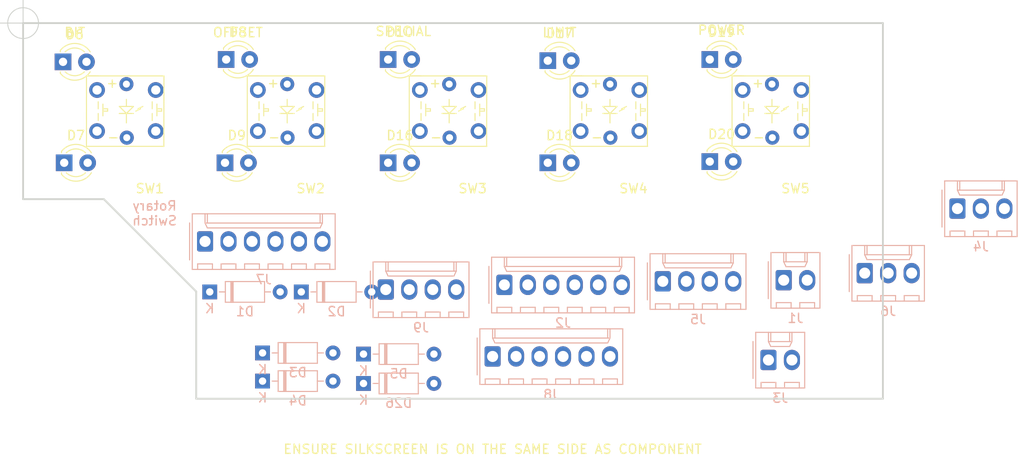
<source format=kicad_pcb>
(kicad_pcb (version 20171130) (host pcbnew "(5.1.5-0-10_14)")

  (general
    (thickness 1.6)
    (drawings 127)
    (tracks 0)
    (zones 0)
    (modules 34)
    (nets 25)
  )

  (page USLetter)
  (title_block
    (title "ABSIS NANO GENERAL I/O")
    (date 2017-12-26)
    (rev -)
    (company "F/A-18C SIMPIT")
    (comment 1 "JOHN STEENSEN")
  )

  (layers
    (0 F.Cu signal)
    (31 B.Cu signal)
    (32 B.Adhes user)
    (33 F.Adhes user)
    (34 B.Paste user)
    (35 F.Paste user)
    (36 B.SilkS user)
    (37 F.SilkS user)
    (38 B.Mask user)
    (39 F.Mask user)
    (40 Dwgs.User user)
    (41 Cmts.User user)
    (42 Eco1.User user)
    (43 Eco2.User user)
    (44 Edge.Cuts user)
    (45 Margin user)
    (46 B.CrtYd user)
    (47 F.CrtYd user)
    (48 B.Fab user)
    (49 F.Fab user)
  )

  (setup
    (last_trace_width 0.2286)
    (user_trace_width 0.3048)
    (user_trace_width 0.6096)
    (user_trace_width 1.2192)
    (trace_clearance 0.1778)
    (zone_clearance 0.508)
    (zone_45_only no)
    (trace_min 0.1524)
    (via_size 0.6)
    (via_drill 0.4)
    (via_min_size 0.4)
    (via_min_drill 0.31)
    (blind_buried_vias_allowed yes)
    (uvia_size 0.3)
    (uvia_drill 0.1)
    (uvias_allowed no)
    (uvia_min_size 0.2)
    (uvia_min_drill 0.1)
    (edge_width 0.1)
    (segment_width 0.1)
    (pcb_text_width 0.3)
    (pcb_text_size 1.5 1.5)
    (mod_edge_width 0.15)
    (mod_text_size 1 1)
    (mod_text_width 0.15)
    (pad_size 1.6 1.6)
    (pad_drill 0.8)
    (pad_to_mask_clearance 0)
    (solder_mask_min_width 0.25)
    (aux_axis_origin 100.86975 81.69275)
    (grid_origin 100.86975 81.69275)
    (visible_elements 7FFFF7FF)
    (pcbplotparams
      (layerselection 0x010fc_ffffffff)
      (usegerberextensions false)
      (usegerberattributes false)
      (usegerberadvancedattributes false)
      (creategerberjobfile false)
      (excludeedgelayer true)
      (linewidth 0.100000)
      (plotframeref false)
      (viasonmask false)
      (mode 1)
      (useauxorigin false)
      (hpglpennumber 1)
      (hpglpenspeed 20)
      (hpglpendiameter 15.000000)
      (psnegative false)
      (psa4output false)
      (plotreference true)
      (plotvalue true)
      (plotinvisibletext false)
      (padsonsilk false)
      (subtractmaskfromsilk false)
      (outputformat 1)
      (mirror false)
      (drillshape 0)
      (scaleselection 1)
      (outputdirectory "manufacturing/"))
  )

  (net 0 "")
  (net 1 "Net-(D4-Pad1)")
  (net 2 "Net-(D1-Pad1)")
  (net 3 "Net-(D2-Pad1)")
  (net 4 "Net-(D5-Pad1)")
  (net 5 /Col1)
  (net 6 "Net-(D3-Pad1)")
  (net 7 /LedCol1)
  (net 8 /LedRow1)
  (net 9 /LedRow2)
  (net 10 /LedRow3)
  (net 11 /LedRow4)
  (net 12 /LedRow5)
  (net 13 /LedCol3)
  (net 14 /Col2)
  (net 15 "Net-(D26-Pad1)")
  (net 16 /Row5)
  (net 17 /Row4)
  (net 18 /Row3)
  (net 19 /Row2)
  (net 20 /Row1)
  (net 21 /AnalogGND)
  (net 22 /AnalogAudio)
  (net 23 /Analog5V)
  (net 24 /AnalogDimmer)

  (net_class Default "This is the default net class."
    (clearance 0.1778)
    (trace_width 0.2286)
    (via_dia 0.6)
    (via_drill 0.4)
    (uvia_dia 0.3)
    (uvia_drill 0.1)
    (add_net /Analog5V)
    (add_net /AnalogAudio)
    (add_net /AnalogDimmer)
    (add_net /AnalogGND)
    (add_net /Bcklt+12V)
    (add_net /BckltGND)
    (add_net /Col1)
    (add_net /Col2)
    (add_net /LedCol1)
    (add_net /LedCol2)
    (add_net /LedCol3)
    (add_net /LedCol4)
    (add_net /LedRow1)
    (add_net /LedRow2)
    (add_net /LedRow3)
    (add_net /LedRow4)
    (add_net /LedRow5)
    (add_net /Row1)
    (add_net /Row2)
    (add_net /Row3)
    (add_net /Row4)
    (add_net /Row5)
    (add_net "Net-(D1-Pad1)")
    (add_net "Net-(D2-Pad1)")
    (add_net "Net-(D26-Pad1)")
    (add_net "Net-(D3-Pad1)")
    (add_net "Net-(D4-Pad1)")
    (add_net "Net-(D5-Pad1)")
    (add_net "Net-(J2-Pad6)")
    (add_net "Net-(J8-Pad6)")
    (add_net "Net-(SW1-Pad5)")
    (add_net "Net-(SW1-Pad6)")
    (add_net "Net-(SW2-Pad5)")
    (add_net "Net-(SW2-Pad6)")
    (add_net "Net-(SW3-Pad5)")
    (add_net "Net-(SW3-Pad6)")
    (add_net "Net-(SW4-Pad5)")
    (add_net "Net-(SW4-Pad6)")
    (add_net "Net-(SW5-Pad5)")
    (add_net "Net-(SW5-Pad6)")
  )

  (net_class control ""
    (clearance 0.1778)
    (trace_width 0.1778)
    (via_dia 0.6)
    (via_drill 0.4)
    (uvia_dia 0.3)
    (uvia_drill 0.1)
  )

  (net_class pwr12v ""
    (clearance 0.2032)
    (trace_width 0.508)
    (via_dia 0.6)
    (via_drill 0.4)
    (uvia_dia 0.3)
    (uvia_drill 0.1)
  )

  (net_class pwr3.3v ""
    (clearance 0.2032)
    (trace_width 0.3048)
    (via_dia 0.6)
    (via_drill 0.4)
    (uvia_dia 0.3)
    (uvia_drill 0.1)
  )

  (net_class pwr5v ""
    (clearance 0.2032)
    (trace_width 0.2286)
    (via_dia 0.6)
    (via_drill 0.4)
    (uvia_dia 0.3)
    (uvia_drill 0.1)
  )

  (net_class signal ""
    (clearance 0.1778)
    (trace_width 0.1524)
    (via_dia 0.6)
    (via_drill 0.4)
    (uvia_dia 0.3)
    (uvia_drill 0.1)
  )

  (module PT_Library_v001:PT_Small_Tactile_Switch_With_LED (layer F.Cu) (tedit 5EE4152B) (tstamp 5F8BCFD3)
    (at 181.896 91.2178)
    (path /5F89081E)
    (fp_text reference SW5 (at 2.54 8.374) (layer F.SilkS)
      (effects (font (size 1 1) (thickness 0.15)))
    )
    (fp_text value PT_Tactile_Switch_Led (at 0 -0.5) (layer F.Fab)
      (effects (font (size 1 1) (thickness 0.15)))
    )
    (fp_line (start -4.318 -3.81) (end -3.048 -3.81) (layer F.SilkS) (width 0.12))
    (fp_line (start -4.32 3.81) (end -4.318 -3.81) (layer F.SilkS) (width 0.12))
    (fp_line (start 4.07 3.81) (end -4.312 3.81) (layer F.SilkS) (width 0.12))
    (fp_line (start 4.064 -3.81) (end 4.05 3.81) (layer F.SilkS) (width 0.12))
    (fp_line (start -4.064 -3.81) (end 4.064 -3.81) (layer F.SilkS) (width 0.12))
    (fp_text user - (at -1.42 2.81) (layer F.SilkS)
      (effects (font (size 1 1) (thickness 0.15)))
    )
    (fp_line (start 3.81 0) (end 3.302 0) (layer F.SilkS) (width 0.12))
    (fp_line (start 2.794 -1.016) (end 2.794 -0.254) (layer F.SilkS) (width 0.12))
    (fp_line (start 3.81 -0.254) (end 3.81 0) (layer F.SilkS) (width 0.12))
    (fp_line (start 3.302 -0.762) (end 3.302 0.508) (layer F.SilkS) (width 0.12))
    (fp_line (start 2.794 0.254) (end 2.794 1.016) (layer F.SilkS) (width 0.12))
    (fp_line (start 3.302 -0.254) (end 3.81 -0.254) (layer F.SilkS) (width 0.12))
    (fp_line (start -2.032 0) (end -2.54 0) (layer F.SilkS) (width 0.12))
    (fp_line (start -2.032 -0.254) (end -2.032 0) (layer F.SilkS) (width 0.12))
    (fp_line (start -2.54 -0.254) (end -2.032 -0.254) (layer F.SilkS) (width 0.12))
    (fp_line (start -2.54 -0.762) (end -2.54 0.508) (layer F.SilkS) (width 0.12))
    (fp_line (start -3.048 0.254) (end -3.048 1.016) (layer F.SilkS) (width 0.12))
    (fp_line (start -3.048 -1.016) (end -3.048 -0.254) (layer F.SilkS) (width 0.12))
    (fp_line (start 1.524 -0.254) (end 1.016 0) (layer F.SilkS) (width 0.12))
    (fp_line (start 1.27 -0.254) (end 1.524 -0.254) (layer F.SilkS) (width 0.12))
    (fp_line (start 1.778 -0.508) (end 1.27 -0.254) (layer F.SilkS) (width 0.12))
    (fp_line (start 0 0.254) (end 0 1.27) (layer F.SilkS) (width 0.12))
    (fp_line (start -0.762 0.254) (end 0 0.254) (layer F.SilkS) (width 0.12))
    (fp_line (start 0.762 0.254) (end -0.762 0.254) (layer F.SilkS) (width 0.12))
    (fp_line (start -0.762 -0.508) (end 0 -0.508) (layer F.SilkS) (width 0.12))
    (fp_line (start 0 0.254) (end -0.762 -0.508) (layer F.SilkS) (width 0.12))
    (fp_line (start 0.762 -0.508) (end 0 0.254) (layer F.SilkS) (width 0.12))
    (fp_line (start 0 -0.508) (end 0.762 -0.508) (layer F.SilkS) (width 0.12))
    (fp_line (start 0 -1.27) (end 0 -0.508) (layer F.SilkS) (width 0.12))
    (fp_text user + (at -1.524 -3.048) (layer F.SilkS)
      (effects (font (size 1 1) (thickness 0.15)))
    )
    (pad 6 thru_hole circle (at 0.04 2.87) (size 1.524 1.524) (drill 0.762) (layers *.Cu *.Mask))
    (pad 5 thru_hole circle (at 0 -2.921) (size 1.524 1.524) (drill 0.762) (layers *.Cu *.Mask))
    (pad 4 thru_hole circle (at 3.175 2.159) (size 1.7 1.7) (drill 1) (layers *.Cu *.Mask)
      (net 16 /Row5))
    (pad 3 thru_hole circle (at -3.175 2.159) (size 1.7 1.7) (drill 1) (layers *.Cu *.Mask)
      (net 16 /Row5))
    (pad 2 thru_hole circle (at 3.175 -2.286) (size 1.7 1.7) (drill 1) (layers *.Cu *.Mask)
      (net 4 "Net-(D5-Pad1)"))
    (pad 1 thru_hole circle (at -3.175 -2.286) (size 1.7 1.7) (drill 1) (layers *.Cu *.Mask)
      (net 4 "Net-(D5-Pad1)"))
  )

  (module PT_Library_v001:PT_Small_Tactile_Switch_With_LED (layer F.Cu) (tedit 5EE4152B) (tstamp 5F8BCFAB)
    (at 164.37 91.2178)
    (path /5F88FB69)
    (fp_text reference SW4 (at 2.54 8.374) (layer F.SilkS)
      (effects (font (size 1 1) (thickness 0.15)))
    )
    (fp_text value PT_Tactile_Switch_Led (at 0 -0.5) (layer F.Fab)
      (effects (font (size 1 1) (thickness 0.15)))
    )
    (fp_line (start -4.318 -3.81) (end -3.048 -3.81) (layer F.SilkS) (width 0.12))
    (fp_line (start -4.32 3.81) (end -4.318 -3.81) (layer F.SilkS) (width 0.12))
    (fp_line (start 4.07 3.81) (end -4.312 3.81) (layer F.SilkS) (width 0.12))
    (fp_line (start 4.064 -3.81) (end 4.05 3.81) (layer F.SilkS) (width 0.12))
    (fp_line (start -4.064 -3.81) (end 4.064 -3.81) (layer F.SilkS) (width 0.12))
    (fp_text user - (at -1.42 2.81) (layer F.SilkS)
      (effects (font (size 1 1) (thickness 0.15)))
    )
    (fp_line (start 3.81 0) (end 3.302 0) (layer F.SilkS) (width 0.12))
    (fp_line (start 2.794 -1.016) (end 2.794 -0.254) (layer F.SilkS) (width 0.12))
    (fp_line (start 3.81 -0.254) (end 3.81 0) (layer F.SilkS) (width 0.12))
    (fp_line (start 3.302 -0.762) (end 3.302 0.508) (layer F.SilkS) (width 0.12))
    (fp_line (start 2.794 0.254) (end 2.794 1.016) (layer F.SilkS) (width 0.12))
    (fp_line (start 3.302 -0.254) (end 3.81 -0.254) (layer F.SilkS) (width 0.12))
    (fp_line (start -2.032 0) (end -2.54 0) (layer F.SilkS) (width 0.12))
    (fp_line (start -2.032 -0.254) (end -2.032 0) (layer F.SilkS) (width 0.12))
    (fp_line (start -2.54 -0.254) (end -2.032 -0.254) (layer F.SilkS) (width 0.12))
    (fp_line (start -2.54 -0.762) (end -2.54 0.508) (layer F.SilkS) (width 0.12))
    (fp_line (start -3.048 0.254) (end -3.048 1.016) (layer F.SilkS) (width 0.12))
    (fp_line (start -3.048 -1.016) (end -3.048 -0.254) (layer F.SilkS) (width 0.12))
    (fp_line (start 1.524 -0.254) (end 1.016 0) (layer F.SilkS) (width 0.12))
    (fp_line (start 1.27 -0.254) (end 1.524 -0.254) (layer F.SilkS) (width 0.12))
    (fp_line (start 1.778 -0.508) (end 1.27 -0.254) (layer F.SilkS) (width 0.12))
    (fp_line (start 0 0.254) (end 0 1.27) (layer F.SilkS) (width 0.12))
    (fp_line (start -0.762 0.254) (end 0 0.254) (layer F.SilkS) (width 0.12))
    (fp_line (start 0.762 0.254) (end -0.762 0.254) (layer F.SilkS) (width 0.12))
    (fp_line (start -0.762 -0.508) (end 0 -0.508) (layer F.SilkS) (width 0.12))
    (fp_line (start 0 0.254) (end -0.762 -0.508) (layer F.SilkS) (width 0.12))
    (fp_line (start 0.762 -0.508) (end 0 0.254) (layer F.SilkS) (width 0.12))
    (fp_line (start 0 -0.508) (end 0.762 -0.508) (layer F.SilkS) (width 0.12))
    (fp_line (start 0 -1.27) (end 0 -0.508) (layer F.SilkS) (width 0.12))
    (fp_text user + (at -1.524 -3.048) (layer F.SilkS)
      (effects (font (size 1 1) (thickness 0.15)))
    )
    (pad 6 thru_hole circle (at 0.04 2.87) (size 1.524 1.524) (drill 0.762) (layers *.Cu *.Mask))
    (pad 5 thru_hole circle (at 0 -2.921) (size 1.524 1.524) (drill 0.762) (layers *.Cu *.Mask))
    (pad 4 thru_hole circle (at 3.175 2.159) (size 1.7 1.7) (drill 1) (layers *.Cu *.Mask)
      (net 17 /Row4))
    (pad 3 thru_hole circle (at -3.175 2.159) (size 1.7 1.7) (drill 1) (layers *.Cu *.Mask)
      (net 17 /Row4))
    (pad 2 thru_hole circle (at 3.175 -2.286) (size 1.7 1.7) (drill 1) (layers *.Cu *.Mask)
      (net 1 "Net-(D4-Pad1)"))
    (pad 1 thru_hole circle (at -3.175 -2.286) (size 1.7 1.7) (drill 1) (layers *.Cu *.Mask)
      (net 1 "Net-(D4-Pad1)"))
  )

  (module PT_Library_v001:PT_Small_Tactile_Switch_With_LED (layer F.Cu) (tedit 5EE4152B) (tstamp 5F8BCF83)
    (at 146.971 91.2178)
    (path /5F88F068)
    (fp_text reference SW3 (at 2.54 8.374) (layer F.SilkS)
      (effects (font (size 1 1) (thickness 0.15)))
    )
    (fp_text value PT_Tactile_Switch_Led (at 0 -0.5) (layer F.Fab)
      (effects (font (size 1 1) (thickness 0.15)))
    )
    (fp_line (start -4.318 -3.81) (end -3.048 -3.81) (layer F.SilkS) (width 0.12))
    (fp_line (start -4.32 3.81) (end -4.318 -3.81) (layer F.SilkS) (width 0.12))
    (fp_line (start 4.07 3.81) (end -4.312 3.81) (layer F.SilkS) (width 0.12))
    (fp_line (start 4.064 -3.81) (end 4.05 3.81) (layer F.SilkS) (width 0.12))
    (fp_line (start -4.064 -3.81) (end 4.064 -3.81) (layer F.SilkS) (width 0.12))
    (fp_text user - (at -1.42 2.81) (layer F.SilkS)
      (effects (font (size 1 1) (thickness 0.15)))
    )
    (fp_line (start 3.81 0) (end 3.302 0) (layer F.SilkS) (width 0.12))
    (fp_line (start 2.794 -1.016) (end 2.794 -0.254) (layer F.SilkS) (width 0.12))
    (fp_line (start 3.81 -0.254) (end 3.81 0) (layer F.SilkS) (width 0.12))
    (fp_line (start 3.302 -0.762) (end 3.302 0.508) (layer F.SilkS) (width 0.12))
    (fp_line (start 2.794 0.254) (end 2.794 1.016) (layer F.SilkS) (width 0.12))
    (fp_line (start 3.302 -0.254) (end 3.81 -0.254) (layer F.SilkS) (width 0.12))
    (fp_line (start -2.032 0) (end -2.54 0) (layer F.SilkS) (width 0.12))
    (fp_line (start -2.032 -0.254) (end -2.032 0) (layer F.SilkS) (width 0.12))
    (fp_line (start -2.54 -0.254) (end -2.032 -0.254) (layer F.SilkS) (width 0.12))
    (fp_line (start -2.54 -0.762) (end -2.54 0.508) (layer F.SilkS) (width 0.12))
    (fp_line (start -3.048 0.254) (end -3.048 1.016) (layer F.SilkS) (width 0.12))
    (fp_line (start -3.048 -1.016) (end -3.048 -0.254) (layer F.SilkS) (width 0.12))
    (fp_line (start 1.524 -0.254) (end 1.016 0) (layer F.SilkS) (width 0.12))
    (fp_line (start 1.27 -0.254) (end 1.524 -0.254) (layer F.SilkS) (width 0.12))
    (fp_line (start 1.778 -0.508) (end 1.27 -0.254) (layer F.SilkS) (width 0.12))
    (fp_line (start 0 0.254) (end 0 1.27) (layer F.SilkS) (width 0.12))
    (fp_line (start -0.762 0.254) (end 0 0.254) (layer F.SilkS) (width 0.12))
    (fp_line (start 0.762 0.254) (end -0.762 0.254) (layer F.SilkS) (width 0.12))
    (fp_line (start -0.762 -0.508) (end 0 -0.508) (layer F.SilkS) (width 0.12))
    (fp_line (start 0 0.254) (end -0.762 -0.508) (layer F.SilkS) (width 0.12))
    (fp_line (start 0.762 -0.508) (end 0 0.254) (layer F.SilkS) (width 0.12))
    (fp_line (start 0 -0.508) (end 0.762 -0.508) (layer F.SilkS) (width 0.12))
    (fp_line (start 0 -1.27) (end 0 -0.508) (layer F.SilkS) (width 0.12))
    (fp_text user + (at -1.524 -3.048) (layer F.SilkS)
      (effects (font (size 1 1) (thickness 0.15)))
    )
    (pad 6 thru_hole circle (at 0.04 2.87) (size 1.524 1.524) (drill 0.762) (layers *.Cu *.Mask))
    (pad 5 thru_hole circle (at 0 -2.921) (size 1.524 1.524) (drill 0.762) (layers *.Cu *.Mask))
    (pad 4 thru_hole circle (at 3.175 2.159) (size 1.7 1.7) (drill 1) (layers *.Cu *.Mask)
      (net 18 /Row3))
    (pad 3 thru_hole circle (at -3.175 2.159) (size 1.7 1.7) (drill 1) (layers *.Cu *.Mask)
      (net 18 /Row3))
    (pad 2 thru_hole circle (at 3.175 -2.286) (size 1.7 1.7) (drill 1) (layers *.Cu *.Mask)
      (net 6 "Net-(D3-Pad1)"))
    (pad 1 thru_hole circle (at -3.175 -2.286) (size 1.7 1.7) (drill 1) (layers *.Cu *.Mask)
      (net 6 "Net-(D3-Pad1)"))
  )

  (module PT_Library_v001:PT_Small_Tactile_Switch_With_LED (layer F.Cu) (tedit 5EE4152B) (tstamp 5F8BCF5B)
    (at 129.445 91.2178)
    (path /5F88E3AB)
    (fp_text reference SW2 (at 2.54 8.374) (layer F.SilkS)
      (effects (font (size 1 1) (thickness 0.15)))
    )
    (fp_text value PT_Tactile_Switch_Led (at 0 -0.5) (layer F.Fab)
      (effects (font (size 1 1) (thickness 0.15)))
    )
    (fp_line (start -4.318 -3.81) (end -3.048 -3.81) (layer F.SilkS) (width 0.12))
    (fp_line (start -4.32 3.81) (end -4.318 -3.81) (layer F.SilkS) (width 0.12))
    (fp_line (start 4.07 3.81) (end -4.312 3.81) (layer F.SilkS) (width 0.12))
    (fp_line (start 4.064 -3.81) (end 4.05 3.81) (layer F.SilkS) (width 0.12))
    (fp_line (start -4.064 -3.81) (end 4.064 -3.81) (layer F.SilkS) (width 0.12))
    (fp_text user - (at -1.42 2.81) (layer F.SilkS)
      (effects (font (size 1 1) (thickness 0.15)))
    )
    (fp_line (start 3.81 0) (end 3.302 0) (layer F.SilkS) (width 0.12))
    (fp_line (start 2.794 -1.016) (end 2.794 -0.254) (layer F.SilkS) (width 0.12))
    (fp_line (start 3.81 -0.254) (end 3.81 0) (layer F.SilkS) (width 0.12))
    (fp_line (start 3.302 -0.762) (end 3.302 0.508) (layer F.SilkS) (width 0.12))
    (fp_line (start 2.794 0.254) (end 2.794 1.016) (layer F.SilkS) (width 0.12))
    (fp_line (start 3.302 -0.254) (end 3.81 -0.254) (layer F.SilkS) (width 0.12))
    (fp_line (start -2.032 0) (end -2.54 0) (layer F.SilkS) (width 0.12))
    (fp_line (start -2.032 -0.254) (end -2.032 0) (layer F.SilkS) (width 0.12))
    (fp_line (start -2.54 -0.254) (end -2.032 -0.254) (layer F.SilkS) (width 0.12))
    (fp_line (start -2.54 -0.762) (end -2.54 0.508) (layer F.SilkS) (width 0.12))
    (fp_line (start -3.048 0.254) (end -3.048 1.016) (layer F.SilkS) (width 0.12))
    (fp_line (start -3.048 -1.016) (end -3.048 -0.254) (layer F.SilkS) (width 0.12))
    (fp_line (start 1.524 -0.254) (end 1.016 0) (layer F.SilkS) (width 0.12))
    (fp_line (start 1.27 -0.254) (end 1.524 -0.254) (layer F.SilkS) (width 0.12))
    (fp_line (start 1.778 -0.508) (end 1.27 -0.254) (layer F.SilkS) (width 0.12))
    (fp_line (start 0 0.254) (end 0 1.27) (layer F.SilkS) (width 0.12))
    (fp_line (start -0.762 0.254) (end 0 0.254) (layer F.SilkS) (width 0.12))
    (fp_line (start 0.762 0.254) (end -0.762 0.254) (layer F.SilkS) (width 0.12))
    (fp_line (start -0.762 -0.508) (end 0 -0.508) (layer F.SilkS) (width 0.12))
    (fp_line (start 0 0.254) (end -0.762 -0.508) (layer F.SilkS) (width 0.12))
    (fp_line (start 0.762 -0.508) (end 0 0.254) (layer F.SilkS) (width 0.12))
    (fp_line (start 0 -0.508) (end 0.762 -0.508) (layer F.SilkS) (width 0.12))
    (fp_line (start 0 -1.27) (end 0 -0.508) (layer F.SilkS) (width 0.12))
    (fp_text user + (at -1.524 -3.048) (layer F.SilkS)
      (effects (font (size 1 1) (thickness 0.15)))
    )
    (pad 6 thru_hole circle (at 0.04 2.87) (size 1.524 1.524) (drill 0.762) (layers *.Cu *.Mask))
    (pad 5 thru_hole circle (at 0 -2.921) (size 1.524 1.524) (drill 0.762) (layers *.Cu *.Mask))
    (pad 4 thru_hole circle (at 3.175 2.159) (size 1.7 1.7) (drill 1) (layers *.Cu *.Mask)
      (net 19 /Row2))
    (pad 3 thru_hole circle (at -3.175 2.159) (size 1.7 1.7) (drill 1) (layers *.Cu *.Mask)
      (net 19 /Row2))
    (pad 2 thru_hole circle (at 3.175 -2.286) (size 1.7 1.7) (drill 1) (layers *.Cu *.Mask)
      (net 3 "Net-(D2-Pad1)"))
    (pad 1 thru_hole circle (at -3.175 -2.286) (size 1.7 1.7) (drill 1) (layers *.Cu *.Mask)
      (net 3 "Net-(D2-Pad1)"))
  )

  (module PT_Library_v001:PT_Small_Tactile_Switch_With_LED (layer F.Cu) (tedit 5EE4152B) (tstamp 5F8BCF33)
    (at 112.046 91.2178)
    (path /5F88CBEF)
    (fp_text reference SW1 (at 2.54 8.374) (layer F.SilkS)
      (effects (font (size 1 1) (thickness 0.15)))
    )
    (fp_text value PT_Tactile_Switch_Led (at 0 -0.5) (layer F.Fab)
      (effects (font (size 1 1) (thickness 0.15)))
    )
    (fp_line (start -4.318 -3.81) (end -3.048 -3.81) (layer F.SilkS) (width 0.12))
    (fp_line (start -4.32 3.81) (end -4.318 -3.81) (layer F.SilkS) (width 0.12))
    (fp_line (start 4.07 3.81) (end -4.312 3.81) (layer F.SilkS) (width 0.12))
    (fp_line (start 4.064 -3.81) (end 4.05 3.81) (layer F.SilkS) (width 0.12))
    (fp_line (start -4.064 -3.81) (end 4.064 -3.81) (layer F.SilkS) (width 0.12))
    (fp_text user - (at -1.42 2.81) (layer F.SilkS)
      (effects (font (size 1 1) (thickness 0.15)))
    )
    (fp_line (start 3.81 0) (end 3.302 0) (layer F.SilkS) (width 0.12))
    (fp_line (start 2.794 -1.016) (end 2.794 -0.254) (layer F.SilkS) (width 0.12))
    (fp_line (start 3.81 -0.254) (end 3.81 0) (layer F.SilkS) (width 0.12))
    (fp_line (start 3.302 -0.762) (end 3.302 0.508) (layer F.SilkS) (width 0.12))
    (fp_line (start 2.794 0.254) (end 2.794 1.016) (layer F.SilkS) (width 0.12))
    (fp_line (start 3.302 -0.254) (end 3.81 -0.254) (layer F.SilkS) (width 0.12))
    (fp_line (start -2.032 0) (end -2.54 0) (layer F.SilkS) (width 0.12))
    (fp_line (start -2.032 -0.254) (end -2.032 0) (layer F.SilkS) (width 0.12))
    (fp_line (start -2.54 -0.254) (end -2.032 -0.254) (layer F.SilkS) (width 0.12))
    (fp_line (start -2.54 -0.762) (end -2.54 0.508) (layer F.SilkS) (width 0.12))
    (fp_line (start -3.048 0.254) (end -3.048 1.016) (layer F.SilkS) (width 0.12))
    (fp_line (start -3.048 -1.016) (end -3.048 -0.254) (layer F.SilkS) (width 0.12))
    (fp_line (start 1.524 -0.254) (end 1.016 0) (layer F.SilkS) (width 0.12))
    (fp_line (start 1.27 -0.254) (end 1.524 -0.254) (layer F.SilkS) (width 0.12))
    (fp_line (start 1.778 -0.508) (end 1.27 -0.254) (layer F.SilkS) (width 0.12))
    (fp_line (start 0 0.254) (end 0 1.27) (layer F.SilkS) (width 0.12))
    (fp_line (start -0.762 0.254) (end 0 0.254) (layer F.SilkS) (width 0.12))
    (fp_line (start 0.762 0.254) (end -0.762 0.254) (layer F.SilkS) (width 0.12))
    (fp_line (start -0.762 -0.508) (end 0 -0.508) (layer F.SilkS) (width 0.12))
    (fp_line (start 0 0.254) (end -0.762 -0.508) (layer F.SilkS) (width 0.12))
    (fp_line (start 0.762 -0.508) (end 0 0.254) (layer F.SilkS) (width 0.12))
    (fp_line (start 0 -0.508) (end 0.762 -0.508) (layer F.SilkS) (width 0.12))
    (fp_line (start 0 -1.27) (end 0 -0.508) (layer F.SilkS) (width 0.12))
    (fp_text user + (at -1.524 -3.048) (layer F.SilkS)
      (effects (font (size 1 1) (thickness 0.15)))
    )
    (pad 6 thru_hole circle (at 0.04 2.87) (size 1.524 1.524) (drill 0.762) (layers *.Cu *.Mask))
    (pad 5 thru_hole circle (at 0 -2.921) (size 1.524 1.524) (drill 0.762) (layers *.Cu *.Mask))
    (pad 4 thru_hole circle (at 3.175 2.159) (size 1.7 1.7) (drill 1) (layers *.Cu *.Mask)
      (net 20 /Row1))
    (pad 3 thru_hole circle (at -3.175 2.159) (size 1.7 1.7) (drill 1) (layers *.Cu *.Mask)
      (net 20 /Row1))
    (pad 2 thru_hole circle (at 3.175 -2.286) (size 1.7 1.7) (drill 1) (layers *.Cu *.Mask)
      (net 2 "Net-(D1-Pad1)"))
    (pad 1 thru_hole circle (at -3.175 -2.286) (size 1.7 1.7) (drill 1) (layers *.Cu *.Mask)
      (net 2 "Net-(D1-Pad1)"))
  )

  (module PT_Library_v001:Molex_1x04_P2.54mm_Vertical (layer B.Cu) (tedit 5B78013E) (tstamp 5F8BCEDD)
    (at 140.113 110.522)
    (descr "Molex KK-254 Interconnect System, old/engineering part number: AE-6410-04A example for new part number: 22-27-2041, 4 Pins (http://www.molex.com/pdm_docs/sd/022272021_sd.pdf), generated with kicad-footprint-generator")
    (tags "connector Molex KK-254 side entry")
    (path /5F98FB17)
    (fp_text reference J9 (at 3.81 4.12) (layer B.SilkS)
      (effects (font (size 1 1) (thickness 0.15)) (justify mirror))
    )
    (fp_text value Conn_01x04 (at 3.81 -4.08) (layer B.Fab)
      (effects (font (size 1 1) (thickness 0.15)) (justify mirror))
    )
    (fp_text user %R (at 3.81 2.22) (layer B.Fab)
      (effects (font (size 1 1) (thickness 0.15)) (justify mirror))
    )
    (fp_line (start 9.39 3.42) (end -1.77 3.42) (layer B.CrtYd) (width 0.05))
    (fp_line (start 9.39 -3.38) (end 9.39 3.42) (layer B.CrtYd) (width 0.05))
    (fp_line (start -1.77 -3.38) (end 9.39 -3.38) (layer B.CrtYd) (width 0.05))
    (fp_line (start -1.77 3.42) (end -1.77 -3.38) (layer B.CrtYd) (width 0.05))
    (fp_line (start 8.42 2.43) (end 8.42 3.03) (layer B.SilkS) (width 0.12))
    (fp_line (start 6.82 2.43) (end 8.42 2.43) (layer B.SilkS) (width 0.12))
    (fp_line (start 6.82 3.03) (end 6.82 2.43) (layer B.SilkS) (width 0.12))
    (fp_line (start 5.88 2.43) (end 5.88 3.03) (layer B.SilkS) (width 0.12))
    (fp_line (start 4.28 2.43) (end 5.88 2.43) (layer B.SilkS) (width 0.12))
    (fp_line (start 4.28 3.03) (end 4.28 2.43) (layer B.SilkS) (width 0.12))
    (fp_line (start 3.34 2.43) (end 3.34 3.03) (layer B.SilkS) (width 0.12))
    (fp_line (start 1.74 2.43) (end 3.34 2.43) (layer B.SilkS) (width 0.12))
    (fp_line (start 1.74 3.03) (end 1.74 2.43) (layer B.SilkS) (width 0.12))
    (fp_line (start 0.8 2.43) (end 0.8 3.03) (layer B.SilkS) (width 0.12))
    (fp_line (start -0.8 2.43) (end 0.8 2.43) (layer B.SilkS) (width 0.12))
    (fp_line (start -0.8 3.03) (end -0.8 2.43) (layer B.SilkS) (width 0.12))
    (fp_line (start 7.37 -2.99) (end 7.37 -1.99) (layer B.SilkS) (width 0.12))
    (fp_line (start 0.25 -2.99) (end 0.25 -1.99) (layer B.SilkS) (width 0.12))
    (fp_line (start 7.37 -1.46) (end 7.62 -1.99) (layer B.SilkS) (width 0.12))
    (fp_line (start 0.25 -1.46) (end 7.37 -1.46) (layer B.SilkS) (width 0.12))
    (fp_line (start 0 -1.99) (end 0.25 -1.46) (layer B.SilkS) (width 0.12))
    (fp_line (start 7.62 -1.99) (end 7.62 -2.99) (layer B.SilkS) (width 0.12))
    (fp_line (start 0 -1.99) (end 7.62 -1.99) (layer B.SilkS) (width 0.12))
    (fp_line (start 0 -2.99) (end 0 -1.99) (layer B.SilkS) (width 0.12))
    (fp_line (start -0.562893 0) (end -1.27 -0.5) (layer B.Fab) (width 0.1))
    (fp_line (start -1.27 0.5) (end -0.562893 0) (layer B.Fab) (width 0.1))
    (fp_line (start -1.67 2) (end -1.67 -2) (layer B.SilkS) (width 0.12))
    (fp_line (start 9 3.03) (end -1.38 3.03) (layer B.SilkS) (width 0.12))
    (fp_line (start 9 -2.99) (end 9 3.03) (layer B.SilkS) (width 0.12))
    (fp_line (start -1.38 -2.99) (end 9 -2.99) (layer B.SilkS) (width 0.12))
    (fp_line (start -1.38 3.03) (end -1.38 -2.99) (layer B.SilkS) (width 0.12))
    (fp_line (start 8.89 2.92) (end -1.27 2.92) (layer B.Fab) (width 0.1))
    (fp_line (start 8.89 -2.88) (end 8.89 2.92) (layer B.Fab) (width 0.1))
    (fp_line (start -1.27 -2.88) (end 8.89 -2.88) (layer B.Fab) (width 0.1))
    (fp_line (start -1.27 2.92) (end -1.27 -2.88) (layer B.Fab) (width 0.1))
    (pad 4 thru_hole oval (at 7.62 0) (size 1.74 2.2) (drill 1.2) (layers *.Cu *.Mask))
    (pad 3 thru_hole oval (at 5.08 0) (size 1.74 2.2) (drill 1.2) (layers *.Cu *.Mask)
      (net 13 /LedCol3))
    (pad 2 thru_hole oval (at 2.54 0) (size 1.74 2.2) (drill 1.2) (layers *.Cu *.Mask))
    (pad 1 thru_hole roundrect (at 0 0) (size 1.74 2.2) (drill 1.2) (layers *.Cu *.Mask) (roundrect_rratio 0.143678)
      (net 7 /LedCol1))
    (model ${KISYS3DMOD}/Connector_Molex.3dshapes/Molex_KK-254_AE-6410-04A_1x04_P2.54mm_Vertical.wrl
      (at (xyz 0 0 0))
      (scale (xyz 1 1 1))
      (rotate (xyz 0 0 0))
    )
  )

  (module PT_Library_v001:Molex_1x06_P2.54mm_Vertical (layer B.Cu) (tedit 5B78013E) (tstamp 5F8BCEB1)
    (at 151.66975 117.76075)
    (descr "Molex KK-254 Interconnect System, old/engineering part number: AE-6410-06A example for new part number: 22-27-2061, 6 Pins (http://www.molex.com/pdm_docs/sd/022272021_sd.pdf), generated with kicad-footprint-generator")
    (tags "connector Molex KK-254 side entry")
    (path /5F98D9DB)
    (fp_text reference J8 (at 6.35 4.12) (layer B.SilkS)
      (effects (font (size 1 1) (thickness 0.15)) (justify mirror))
    )
    (fp_text value PT_Conn_01x06 (at 6.35 -4.08) (layer B.Fab)
      (effects (font (size 1 1) (thickness 0.15)) (justify mirror))
    )
    (fp_text user %R (at 6.35 2.22) (layer B.Fab)
      (effects (font (size 1 1) (thickness 0.15)) (justify mirror))
    )
    (fp_line (start 14.47 3.42) (end -1.77 3.42) (layer B.CrtYd) (width 0.05))
    (fp_line (start 14.47 -3.38) (end 14.47 3.42) (layer B.CrtYd) (width 0.05))
    (fp_line (start -1.77 -3.38) (end 14.47 -3.38) (layer B.CrtYd) (width 0.05))
    (fp_line (start -1.77 3.42) (end -1.77 -3.38) (layer B.CrtYd) (width 0.05))
    (fp_line (start 13.5 2.43) (end 13.5 3.03) (layer B.SilkS) (width 0.12))
    (fp_line (start 11.9 2.43) (end 13.5 2.43) (layer B.SilkS) (width 0.12))
    (fp_line (start 11.9 3.03) (end 11.9 2.43) (layer B.SilkS) (width 0.12))
    (fp_line (start 10.96 2.43) (end 10.96 3.03) (layer B.SilkS) (width 0.12))
    (fp_line (start 9.36 2.43) (end 10.96 2.43) (layer B.SilkS) (width 0.12))
    (fp_line (start 9.36 3.03) (end 9.36 2.43) (layer B.SilkS) (width 0.12))
    (fp_line (start 8.42 2.43) (end 8.42 3.03) (layer B.SilkS) (width 0.12))
    (fp_line (start 6.82 2.43) (end 8.42 2.43) (layer B.SilkS) (width 0.12))
    (fp_line (start 6.82 3.03) (end 6.82 2.43) (layer B.SilkS) (width 0.12))
    (fp_line (start 5.88 2.43) (end 5.88 3.03) (layer B.SilkS) (width 0.12))
    (fp_line (start 4.28 2.43) (end 5.88 2.43) (layer B.SilkS) (width 0.12))
    (fp_line (start 4.28 3.03) (end 4.28 2.43) (layer B.SilkS) (width 0.12))
    (fp_line (start 3.34 2.43) (end 3.34 3.03) (layer B.SilkS) (width 0.12))
    (fp_line (start 1.74 2.43) (end 3.34 2.43) (layer B.SilkS) (width 0.12))
    (fp_line (start 1.74 3.03) (end 1.74 2.43) (layer B.SilkS) (width 0.12))
    (fp_line (start 0.8 2.43) (end 0.8 3.03) (layer B.SilkS) (width 0.12))
    (fp_line (start -0.8 2.43) (end 0.8 2.43) (layer B.SilkS) (width 0.12))
    (fp_line (start -0.8 3.03) (end -0.8 2.43) (layer B.SilkS) (width 0.12))
    (fp_line (start 12.45 -2.99) (end 12.45 -1.99) (layer B.SilkS) (width 0.12))
    (fp_line (start 0.25 -2.99) (end 0.25 -1.99) (layer B.SilkS) (width 0.12))
    (fp_line (start 12.45 -1.46) (end 12.7 -1.99) (layer B.SilkS) (width 0.12))
    (fp_line (start 0.25 -1.46) (end 12.45 -1.46) (layer B.SilkS) (width 0.12))
    (fp_line (start 0 -1.99) (end 0.25 -1.46) (layer B.SilkS) (width 0.12))
    (fp_line (start 12.7 -1.99) (end 12.7 -2.99) (layer B.SilkS) (width 0.12))
    (fp_line (start 0 -1.99) (end 12.7 -1.99) (layer B.SilkS) (width 0.12))
    (fp_line (start 0 -2.99) (end 0 -1.99) (layer B.SilkS) (width 0.12))
    (fp_line (start -0.562893 0) (end -1.27 -0.5) (layer B.Fab) (width 0.1))
    (fp_line (start -1.27 0.5) (end -0.562893 0) (layer B.Fab) (width 0.1))
    (fp_line (start -1.67 2) (end -1.67 -2) (layer B.SilkS) (width 0.12))
    (fp_line (start 14.08 3.03) (end -1.38 3.03) (layer B.SilkS) (width 0.12))
    (fp_line (start 14.08 -2.99) (end 14.08 3.03) (layer B.SilkS) (width 0.12))
    (fp_line (start -1.38 -2.99) (end 14.08 -2.99) (layer B.SilkS) (width 0.12))
    (fp_line (start -1.38 3.03) (end -1.38 -2.99) (layer B.SilkS) (width 0.12))
    (fp_line (start 13.97 2.92) (end -1.27 2.92) (layer B.Fab) (width 0.1))
    (fp_line (start 13.97 -2.88) (end 13.97 2.92) (layer B.Fab) (width 0.1))
    (fp_line (start -1.27 -2.88) (end 13.97 -2.88) (layer B.Fab) (width 0.1))
    (fp_line (start -1.27 2.92) (end -1.27 -2.88) (layer B.Fab) (width 0.1))
    (pad 6 thru_hole oval (at 12.7 0) (size 1.74 2.2) (drill 1.2) (layers *.Cu *.Mask))
    (pad 5 thru_hole oval (at 10.16 0) (size 1.74 2.2) (drill 1.2) (layers *.Cu *.Mask)
      (net 12 /LedRow5))
    (pad 4 thru_hole oval (at 7.62 0) (size 1.74 2.2) (drill 1.2) (layers *.Cu *.Mask)
      (net 11 /LedRow4))
    (pad 3 thru_hole oval (at 5.08 0) (size 1.74 2.2) (drill 1.2) (layers *.Cu *.Mask)
      (net 10 /LedRow3))
    (pad 2 thru_hole oval (at 2.54 0) (size 1.74 2.2) (drill 1.2) (layers *.Cu *.Mask)
      (net 9 /LedRow2))
    (pad 1 thru_hole roundrect (at 0 0) (size 1.74 2.2) (drill 1.2) (layers *.Cu *.Mask) (roundrect_rratio 0.143678)
      (net 8 /LedRow1))
    (model ${KISYS3DMOD}/Connector_Molex.3dshapes/Molex_KK-254_AE-6410-06A_1x06_P2.54mm_Vertical.wrl
      (at (xyz 0 0 0))
      (scale (xyz 1 1 1))
      (rotate (xyz 0 0 0))
    )
  )

  (module PT_Library_v001:Molex_1x06_P2.54mm_Vertical (layer B.Cu) (tedit 5B78013E) (tstamp 5F8BCE7D)
    (at 120.55475 105.31475)
    (descr "Molex KK-254 Interconnect System, old/engineering part number: AE-6410-06A example for new part number: 22-27-2061, 6 Pins (http://www.molex.com/pdm_docs/sd/022272021_sd.pdf), generated with kicad-footprint-generator")
    (tags "connector Molex KK-254 side entry")
    (path /5F95307A)
    (fp_text reference J7 (at 6.35 4.12) (layer B.SilkS)
      (effects (font (size 1 1) (thickness 0.15)) (justify mirror))
    )
    (fp_text value PT_Conn_01x06 (at 6.35 -4.08) (layer B.Fab)
      (effects (font (size 1 1) (thickness 0.15)) (justify mirror))
    )
    (fp_text user %R (at 14.012 8.441) (layer B.Fab)
      (effects (font (size 1 1) (thickness 0.15)) (justify mirror))
    )
    (fp_line (start 14.47 3.42) (end -1.77 3.42) (layer B.CrtYd) (width 0.05))
    (fp_line (start 14.47 -3.38) (end 14.47 3.42) (layer B.CrtYd) (width 0.05))
    (fp_line (start -1.77 -3.38) (end 14.47 -3.38) (layer B.CrtYd) (width 0.05))
    (fp_line (start -1.77 3.42) (end -1.77 -3.38) (layer B.CrtYd) (width 0.05))
    (fp_line (start 13.5 2.43) (end 13.5 3.03) (layer B.SilkS) (width 0.12))
    (fp_line (start 11.9 2.43) (end 13.5 2.43) (layer B.SilkS) (width 0.12))
    (fp_line (start 11.9 3.03) (end 11.9 2.43) (layer B.SilkS) (width 0.12))
    (fp_line (start 10.96 2.43) (end 10.96 3.03) (layer B.SilkS) (width 0.12))
    (fp_line (start 9.36 2.43) (end 10.96 2.43) (layer B.SilkS) (width 0.12))
    (fp_line (start 9.36 3.03) (end 9.36 2.43) (layer B.SilkS) (width 0.12))
    (fp_line (start 8.42 2.43) (end 8.42 3.03) (layer B.SilkS) (width 0.12))
    (fp_line (start 6.82 2.43) (end 8.42 2.43) (layer B.SilkS) (width 0.12))
    (fp_line (start 6.82 3.03) (end 6.82 2.43) (layer B.SilkS) (width 0.12))
    (fp_line (start 5.88 2.43) (end 5.88 3.03) (layer B.SilkS) (width 0.12))
    (fp_line (start 4.28 2.43) (end 5.88 2.43) (layer B.SilkS) (width 0.12))
    (fp_line (start 4.28 3.03) (end 4.28 2.43) (layer B.SilkS) (width 0.12))
    (fp_line (start 3.34 2.43) (end 3.34 3.03) (layer B.SilkS) (width 0.12))
    (fp_line (start 1.74 2.43) (end 3.34 2.43) (layer B.SilkS) (width 0.12))
    (fp_line (start 1.74 3.03) (end 1.74 2.43) (layer B.SilkS) (width 0.12))
    (fp_line (start 0.8 2.43) (end 0.8 3.03) (layer B.SilkS) (width 0.12))
    (fp_line (start -0.8 2.43) (end 0.8 2.43) (layer B.SilkS) (width 0.12))
    (fp_line (start -0.8 3.03) (end -0.8 2.43) (layer B.SilkS) (width 0.12))
    (fp_line (start 12.45 -2.99) (end 12.45 -1.99) (layer B.SilkS) (width 0.12))
    (fp_line (start 0.25 -2.99) (end 0.25 -1.99) (layer B.SilkS) (width 0.12))
    (fp_line (start 12.45 -1.46) (end 12.7 -1.99) (layer B.SilkS) (width 0.12))
    (fp_line (start 0.25 -1.46) (end 12.45 -1.46) (layer B.SilkS) (width 0.12))
    (fp_line (start 0 -1.99) (end 0.25 -1.46) (layer B.SilkS) (width 0.12))
    (fp_line (start 12.7 -1.99) (end 12.7 -2.99) (layer B.SilkS) (width 0.12))
    (fp_line (start 0 -1.99) (end 12.7 -1.99) (layer B.SilkS) (width 0.12))
    (fp_line (start 0 -2.99) (end 0 -1.99) (layer B.SilkS) (width 0.12))
    (fp_line (start -0.562893 0) (end -1.27 -0.5) (layer B.Fab) (width 0.1))
    (fp_line (start -1.27 0.5) (end -0.562893 0) (layer B.Fab) (width 0.1))
    (fp_line (start -1.67 2) (end -1.67 -2) (layer B.SilkS) (width 0.12))
    (fp_line (start 14.08 3.03) (end -1.38 3.03) (layer B.SilkS) (width 0.12))
    (fp_line (start 14.08 -2.99) (end 14.08 3.03) (layer B.SilkS) (width 0.12))
    (fp_line (start -1.38 -2.99) (end 14.08 -2.99) (layer B.SilkS) (width 0.12))
    (fp_line (start -1.38 3.03) (end -1.38 -2.99) (layer B.SilkS) (width 0.12))
    (fp_line (start 13.97 2.92) (end -1.27 2.92) (layer B.Fab) (width 0.1))
    (fp_line (start 13.97 -2.88) (end 13.97 2.92) (layer B.Fab) (width 0.1))
    (fp_line (start -1.27 -2.88) (end 13.97 -2.88) (layer B.Fab) (width 0.1))
    (fp_line (start -1.27 2.92) (end -1.27 -2.88) (layer B.Fab) (width 0.1))
    (pad 6 thru_hole oval (at 12.7 0) (size 1.74 2.2) (drill 1.2) (layers *.Cu *.Mask)
      (net 16 /Row5))
    (pad 5 thru_hole oval (at 10.16 0) (size 1.74 2.2) (drill 1.2) (layers *.Cu *.Mask)
      (net 17 /Row4))
    (pad 4 thru_hole oval (at 7.62 0) (size 1.74 2.2) (drill 1.2) (layers *.Cu *.Mask)
      (net 18 /Row3))
    (pad 3 thru_hole oval (at 5.08 0) (size 1.74 2.2) (drill 1.2) (layers *.Cu *.Mask)
      (net 19 /Row2))
    (pad 2 thru_hole oval (at 2.54 0) (size 1.74 2.2) (drill 1.2) (layers *.Cu *.Mask)
      (net 20 /Row1))
    (pad 1 thru_hole roundrect (at 0 0) (size 1.74 2.2) (drill 1.2) (layers *.Cu *.Mask) (roundrect_rratio 0.143678)
      (net 15 "Net-(D26-Pad1)"))
    (model ${KISYS3DMOD}/Connector_Molex.3dshapes/Molex_KK-254_AE-6410-06A_1x06_P2.54mm_Vertical.wrl
      (at (xyz 0 0 0))
      (scale (xyz 1 1 1))
      (rotate (xyz 0 0 0))
    )
  )

  (module PT_Library_v001:Molex_1x03_P2.54mm_Vertical (layer B.Cu) (tedit 5B78013E) (tstamp 5F8BCE49)
    (at 191.92875 108.74375)
    (descr "Molex KK-254 Interconnect System, old/engineering part number: AE-6410-03A example for new part number: 22-27-2031, 3 Pins (http://www.molex.com/pdm_docs/sd/022272021_sd.pdf), generated with kicad-footprint-generator")
    (tags "connector Molex KK-254 side entry")
    (path /5F9552AF)
    (fp_text reference J6 (at 2.54 4.12) (layer B.SilkS)
      (effects (font (size 1 1) (thickness 0.15)) (justify mirror))
    )
    (fp_text value Conn_01x03 (at 2.54 -4.08) (layer B.Fab)
      (effects (font (size 1 1) (thickness 0.15)) (justify mirror))
    )
    (fp_text user %R (at 2.54 2.22) (layer B.Fab)
      (effects (font (size 1 1) (thickness 0.15)) (justify mirror))
    )
    (fp_line (start 6.85 3.42) (end -1.77 3.42) (layer B.CrtYd) (width 0.05))
    (fp_line (start 6.85 -3.38) (end 6.85 3.42) (layer B.CrtYd) (width 0.05))
    (fp_line (start -1.77 -3.38) (end 6.85 -3.38) (layer B.CrtYd) (width 0.05))
    (fp_line (start -1.77 3.42) (end -1.77 -3.38) (layer B.CrtYd) (width 0.05))
    (fp_line (start 5.88 2.43) (end 5.88 3.03) (layer B.SilkS) (width 0.12))
    (fp_line (start 4.28 2.43) (end 5.88 2.43) (layer B.SilkS) (width 0.12))
    (fp_line (start 4.28 3.03) (end 4.28 2.43) (layer B.SilkS) (width 0.12))
    (fp_line (start 3.34 2.43) (end 3.34 3.03) (layer B.SilkS) (width 0.12))
    (fp_line (start 1.74 2.43) (end 3.34 2.43) (layer B.SilkS) (width 0.12))
    (fp_line (start 1.74 3.03) (end 1.74 2.43) (layer B.SilkS) (width 0.12))
    (fp_line (start 0.8 2.43) (end 0.8 3.03) (layer B.SilkS) (width 0.12))
    (fp_line (start -0.8 2.43) (end 0.8 2.43) (layer B.SilkS) (width 0.12))
    (fp_line (start -0.8 3.03) (end -0.8 2.43) (layer B.SilkS) (width 0.12))
    (fp_line (start 4.83 -2.99) (end 4.83 -1.99) (layer B.SilkS) (width 0.12))
    (fp_line (start 0.25 -2.99) (end 0.25 -1.99) (layer B.SilkS) (width 0.12))
    (fp_line (start 4.83 -1.46) (end 5.08 -1.99) (layer B.SilkS) (width 0.12))
    (fp_line (start 0.25 -1.46) (end 4.83 -1.46) (layer B.SilkS) (width 0.12))
    (fp_line (start 0 -1.99) (end 0.25 -1.46) (layer B.SilkS) (width 0.12))
    (fp_line (start 5.08 -1.99) (end 5.08 -2.99) (layer B.SilkS) (width 0.12))
    (fp_line (start 0 -1.99) (end 5.08 -1.99) (layer B.SilkS) (width 0.12))
    (fp_line (start 0 -2.99) (end 0 -1.99) (layer B.SilkS) (width 0.12))
    (fp_line (start -0.562893 0) (end -1.27 -0.5) (layer B.Fab) (width 0.1))
    (fp_line (start -1.27 0.5) (end -0.562893 0) (layer B.Fab) (width 0.1))
    (fp_line (start -1.67 2) (end -1.67 -2) (layer B.SilkS) (width 0.12))
    (fp_line (start 6.46 3.03) (end -1.38 3.03) (layer B.SilkS) (width 0.12))
    (fp_line (start 6.46 -2.99) (end 6.46 3.03) (layer B.SilkS) (width 0.12))
    (fp_line (start -1.38 -2.99) (end 6.46 -2.99) (layer B.SilkS) (width 0.12))
    (fp_line (start -1.38 3.03) (end -1.38 -2.99) (layer B.SilkS) (width 0.12))
    (fp_line (start 6.35 2.92) (end -1.27 2.92) (layer B.Fab) (width 0.1))
    (fp_line (start 6.35 -2.88) (end 6.35 2.92) (layer B.Fab) (width 0.1))
    (fp_line (start -1.27 -2.88) (end 6.35 -2.88) (layer B.Fab) (width 0.1))
    (fp_line (start -1.27 2.92) (end -1.27 -2.88) (layer B.Fab) (width 0.1))
    (pad 3 thru_hole oval (at 5.08 0) (size 1.74 2.2) (drill 1.2) (layers *.Cu *.Mask)
      (net 21 /AnalogGND))
    (pad 2 thru_hole oval (at 2.54 0) (size 1.74 2.2) (drill 1.2) (layers *.Cu *.Mask)
      (net 24 /AnalogDimmer))
    (pad 1 thru_hole roundrect (at 0 0) (size 1.74 2.2) (drill 1.2) (layers *.Cu *.Mask) (roundrect_rratio 0.143678)
      (net 23 /Analog5V))
    (model ${KISYS3DMOD}/Connector_Molex.3dshapes/Molex_KK-254_AE-6410-03A_1x03_P2.54mm_Vertical.wrl
      (at (xyz 0 0 0))
      (scale (xyz 1 1 1))
      (rotate (xyz 0 0 0))
    )
  )

  (module PT_Library_v001:Molex_1x04_P2.54mm_Vertical (layer B.Cu) (tedit 5B78013E) (tstamp 5F8BCE21)
    (at 170.085 109.633)
    (descr "Molex KK-254 Interconnect System, old/engineering part number: AE-6410-04A example for new part number: 22-27-2041, 4 Pins (http://www.molex.com/pdm_docs/sd/022272021_sd.pdf), generated with kicad-footprint-generator")
    (tags "connector Molex KK-254 side entry")
    (path /5F955FCD)
    (fp_text reference J5 (at 3.81 4.12) (layer B.SilkS)
      (effects (font (size 1 1) (thickness 0.15)) (justify mirror))
    )
    (fp_text value Conn_01x04 (at 3.81 -4.08) (layer B.Fab)
      (effects (font (size 1 1) (thickness 0.15)) (justify mirror))
    )
    (fp_text user %R (at 3.81 2.22) (layer B.Fab)
      (effects (font (size 1 1) (thickness 0.15)) (justify mirror))
    )
    (fp_line (start 9.39 3.42) (end -1.77 3.42) (layer B.CrtYd) (width 0.05))
    (fp_line (start 9.39 -3.38) (end 9.39 3.42) (layer B.CrtYd) (width 0.05))
    (fp_line (start -1.77 -3.38) (end 9.39 -3.38) (layer B.CrtYd) (width 0.05))
    (fp_line (start -1.77 3.42) (end -1.77 -3.38) (layer B.CrtYd) (width 0.05))
    (fp_line (start 8.42 2.43) (end 8.42 3.03) (layer B.SilkS) (width 0.12))
    (fp_line (start 6.82 2.43) (end 8.42 2.43) (layer B.SilkS) (width 0.12))
    (fp_line (start 6.82 3.03) (end 6.82 2.43) (layer B.SilkS) (width 0.12))
    (fp_line (start 5.88 2.43) (end 5.88 3.03) (layer B.SilkS) (width 0.12))
    (fp_line (start 4.28 2.43) (end 5.88 2.43) (layer B.SilkS) (width 0.12))
    (fp_line (start 4.28 3.03) (end 4.28 2.43) (layer B.SilkS) (width 0.12))
    (fp_line (start 3.34 2.43) (end 3.34 3.03) (layer B.SilkS) (width 0.12))
    (fp_line (start 1.74 2.43) (end 3.34 2.43) (layer B.SilkS) (width 0.12))
    (fp_line (start 1.74 3.03) (end 1.74 2.43) (layer B.SilkS) (width 0.12))
    (fp_line (start 0.8 2.43) (end 0.8 3.03) (layer B.SilkS) (width 0.12))
    (fp_line (start -0.8 2.43) (end 0.8 2.43) (layer B.SilkS) (width 0.12))
    (fp_line (start -0.8 3.03) (end -0.8 2.43) (layer B.SilkS) (width 0.12))
    (fp_line (start 7.37 -2.99) (end 7.37 -1.99) (layer B.SilkS) (width 0.12))
    (fp_line (start 0.25 -2.99) (end 0.25 -1.99) (layer B.SilkS) (width 0.12))
    (fp_line (start 7.37 -1.46) (end 7.62 -1.99) (layer B.SilkS) (width 0.12))
    (fp_line (start 0.25 -1.46) (end 7.37 -1.46) (layer B.SilkS) (width 0.12))
    (fp_line (start 0 -1.99) (end 0.25 -1.46) (layer B.SilkS) (width 0.12))
    (fp_line (start 7.62 -1.99) (end 7.62 -2.99) (layer B.SilkS) (width 0.12))
    (fp_line (start 0 -1.99) (end 7.62 -1.99) (layer B.SilkS) (width 0.12))
    (fp_line (start 0 -2.99) (end 0 -1.99) (layer B.SilkS) (width 0.12))
    (fp_line (start -0.562893 0) (end -1.27 -0.5) (layer B.Fab) (width 0.1))
    (fp_line (start -1.27 0.5) (end -0.562893 0) (layer B.Fab) (width 0.1))
    (fp_line (start -1.67 2) (end -1.67 -2) (layer B.SilkS) (width 0.12))
    (fp_line (start 9 3.03) (end -1.38 3.03) (layer B.SilkS) (width 0.12))
    (fp_line (start 9 -2.99) (end 9 3.03) (layer B.SilkS) (width 0.12))
    (fp_line (start -1.38 -2.99) (end 9 -2.99) (layer B.SilkS) (width 0.12))
    (fp_line (start -1.38 3.03) (end -1.38 -2.99) (layer B.SilkS) (width 0.12))
    (fp_line (start 8.89 2.92) (end -1.27 2.92) (layer B.Fab) (width 0.1))
    (fp_line (start 8.89 -2.88) (end 8.89 2.92) (layer B.Fab) (width 0.1))
    (fp_line (start -1.27 -2.88) (end 8.89 -2.88) (layer B.Fab) (width 0.1))
    (fp_line (start -1.27 2.92) (end -1.27 -2.88) (layer B.Fab) (width 0.1))
    (pad 4 thru_hole oval (at 7.62 0) (size 1.74 2.2) (drill 1.2) (layers *.Cu *.Mask)
      (net 24 /AnalogDimmer))
    (pad 3 thru_hole oval (at 5.08 0) (size 1.74 2.2) (drill 1.2) (layers *.Cu *.Mask)
      (net 22 /AnalogAudio))
    (pad 2 thru_hole oval (at 2.54 0) (size 1.74 2.2) (drill 1.2) (layers *.Cu *.Mask)
      (net 21 /AnalogGND))
    (pad 1 thru_hole roundrect (at 0 0) (size 1.74 2.2) (drill 1.2) (layers *.Cu *.Mask) (roundrect_rratio 0.143678)
      (net 23 /Analog5V))
    (model ${KISYS3DMOD}/Connector_Molex.3dshapes/Molex_KK-254_AE-6410-04A_1x04_P2.54mm_Vertical.wrl
      (at (xyz 0 0 0))
      (scale (xyz 1 1 1))
      (rotate (xyz 0 0 0))
    )
  )

  (module PT_Library_v001:Molex_1x03_P2.54mm_Vertical (layer B.Cu) (tedit 5B78013E) (tstamp 5F8BC882)
    (at 201.96175 101.75875)
    (descr "Molex KK-254 Interconnect System, old/engineering part number: AE-6410-03A example for new part number: 22-27-2031, 3 Pins (http://www.molex.com/pdm_docs/sd/022272021_sd.pdf), generated with kicad-footprint-generator")
    (tags "connector Molex KK-254 side entry")
    (path /5F954C66)
    (fp_text reference J4 (at 2.54 4.12) (layer B.SilkS)
      (effects (font (size 1 1) (thickness 0.15)) (justify mirror))
    )
    (fp_text value Conn_01x03 (at 2.54 -4.08) (layer B.Fab)
      (effects (font (size 1 1) (thickness 0.15)) (justify mirror))
    )
    (fp_text user %R (at 2.54 2.22) (layer B.Fab)
      (effects (font (size 1 1) (thickness 0.15)) (justify mirror))
    )
    (fp_line (start 6.85 3.42) (end -1.77 3.42) (layer B.CrtYd) (width 0.05))
    (fp_line (start 6.85 -3.38) (end 6.85 3.42) (layer B.CrtYd) (width 0.05))
    (fp_line (start -1.77 -3.38) (end 6.85 -3.38) (layer B.CrtYd) (width 0.05))
    (fp_line (start -1.77 3.42) (end -1.77 -3.38) (layer B.CrtYd) (width 0.05))
    (fp_line (start 5.88 2.43) (end 5.88 3.03) (layer B.SilkS) (width 0.12))
    (fp_line (start 4.28 2.43) (end 5.88 2.43) (layer B.SilkS) (width 0.12))
    (fp_line (start 4.28 3.03) (end 4.28 2.43) (layer B.SilkS) (width 0.12))
    (fp_line (start 3.34 2.43) (end 3.34 3.03) (layer B.SilkS) (width 0.12))
    (fp_line (start 1.74 2.43) (end 3.34 2.43) (layer B.SilkS) (width 0.12))
    (fp_line (start 1.74 3.03) (end 1.74 2.43) (layer B.SilkS) (width 0.12))
    (fp_line (start 0.8 2.43) (end 0.8 3.03) (layer B.SilkS) (width 0.12))
    (fp_line (start -0.8 2.43) (end 0.8 2.43) (layer B.SilkS) (width 0.12))
    (fp_line (start -0.8 3.03) (end -0.8 2.43) (layer B.SilkS) (width 0.12))
    (fp_line (start 4.83 -2.99) (end 4.83 -1.99) (layer B.SilkS) (width 0.12))
    (fp_line (start 0.25 -2.99) (end 0.25 -1.99) (layer B.SilkS) (width 0.12))
    (fp_line (start 4.83 -1.46) (end 5.08 -1.99) (layer B.SilkS) (width 0.12))
    (fp_line (start 0.25 -1.46) (end 4.83 -1.46) (layer B.SilkS) (width 0.12))
    (fp_line (start 0 -1.99) (end 0.25 -1.46) (layer B.SilkS) (width 0.12))
    (fp_line (start 5.08 -1.99) (end 5.08 -2.99) (layer B.SilkS) (width 0.12))
    (fp_line (start 0 -1.99) (end 5.08 -1.99) (layer B.SilkS) (width 0.12))
    (fp_line (start 0 -2.99) (end 0 -1.99) (layer B.SilkS) (width 0.12))
    (fp_line (start -0.562893 0) (end -1.27 -0.5) (layer B.Fab) (width 0.1))
    (fp_line (start -1.27 0.5) (end -0.562893 0) (layer B.Fab) (width 0.1))
    (fp_line (start -1.67 2) (end -1.67 -2) (layer B.SilkS) (width 0.12))
    (fp_line (start 6.46 3.03) (end -1.38 3.03) (layer B.SilkS) (width 0.12))
    (fp_line (start 6.46 -2.99) (end 6.46 3.03) (layer B.SilkS) (width 0.12))
    (fp_line (start -1.38 -2.99) (end 6.46 -2.99) (layer B.SilkS) (width 0.12))
    (fp_line (start -1.38 3.03) (end -1.38 -2.99) (layer B.SilkS) (width 0.12))
    (fp_line (start 6.35 2.92) (end -1.27 2.92) (layer B.Fab) (width 0.1))
    (fp_line (start 6.35 -2.88) (end 6.35 2.92) (layer B.Fab) (width 0.1))
    (fp_line (start -1.27 -2.88) (end 6.35 -2.88) (layer B.Fab) (width 0.1))
    (fp_line (start -1.27 2.92) (end -1.27 -2.88) (layer B.Fab) (width 0.1))
    (pad 3 thru_hole oval (at 5.08 0) (size 1.74 2.2) (drill 1.2) (layers *.Cu *.Mask)
      (net 21 /AnalogGND))
    (pad 2 thru_hole oval (at 2.54 0) (size 1.74 2.2) (drill 1.2) (layers *.Cu *.Mask)
      (net 22 /AnalogAudio))
    (pad 1 thru_hole roundrect (at 0 0) (size 1.74 2.2) (drill 1.2) (layers *.Cu *.Mask) (roundrect_rratio 0.143678)
      (net 23 /Analog5V))
    (model ${KISYS3DMOD}/Connector_Molex.3dshapes/Molex_KK-254_AE-6410-03A_1x03_P2.54mm_Vertical.wrl
      (at (xyz 0 0 0))
      (scale (xyz 1 1 1))
      (rotate (xyz 0 0 0))
    )
  )

  (module PT_Library_v001:Molex_1x02_P2.54mm_Vertical (layer B.Cu) (tedit 5B78013E) (tstamp 5F8BCDCD)
    (at 181.51475 118.14175)
    (descr "Molex KK-254 Interconnect System, old/engineering part number: AE-6410-02A example for new part number: 22-27-2021, 2 Pins (http://www.molex.com/pdm_docs/sd/022272021_sd.pdf), generated with kicad-footprint-generator")
    (tags "connector Molex KK-254 side entry")
    (path /5F962C07)
    (fp_text reference J3 (at 1.27 4.12) (layer B.SilkS)
      (effects (font (size 1 1) (thickness 0.15)) (justify mirror))
    )
    (fp_text value Conn_01x02 (at 1.27 -4.08) (layer B.Fab)
      (effects (font (size 1 1) (thickness 0.15)) (justify mirror))
    )
    (fp_text user %R (at 1.27 2.22) (layer B.Fab)
      (effects (font (size 1 1) (thickness 0.15)) (justify mirror))
    )
    (fp_line (start 4.31 3.42) (end -1.77 3.42) (layer B.CrtYd) (width 0.05))
    (fp_line (start 4.31 -3.38) (end 4.31 3.42) (layer B.CrtYd) (width 0.05))
    (fp_line (start -1.77 -3.38) (end 4.31 -3.38) (layer B.CrtYd) (width 0.05))
    (fp_line (start -1.77 3.42) (end -1.77 -3.38) (layer B.CrtYd) (width 0.05))
    (fp_line (start 3.34 2.43) (end 3.34 3.03) (layer B.SilkS) (width 0.12))
    (fp_line (start 1.74 2.43) (end 3.34 2.43) (layer B.SilkS) (width 0.12))
    (fp_line (start 1.74 3.03) (end 1.74 2.43) (layer B.SilkS) (width 0.12))
    (fp_line (start 0.8 2.43) (end 0.8 3.03) (layer B.SilkS) (width 0.12))
    (fp_line (start -0.8 2.43) (end 0.8 2.43) (layer B.SilkS) (width 0.12))
    (fp_line (start -0.8 3.03) (end -0.8 2.43) (layer B.SilkS) (width 0.12))
    (fp_line (start 2.29 -2.99) (end 2.29 -1.99) (layer B.SilkS) (width 0.12))
    (fp_line (start 0.25 -2.99) (end 0.25 -1.99) (layer B.SilkS) (width 0.12))
    (fp_line (start 2.29 -1.46) (end 2.54 -1.99) (layer B.SilkS) (width 0.12))
    (fp_line (start 0.25 -1.46) (end 2.29 -1.46) (layer B.SilkS) (width 0.12))
    (fp_line (start 0 -1.99) (end 0.25 -1.46) (layer B.SilkS) (width 0.12))
    (fp_line (start 2.54 -1.99) (end 2.54 -2.99) (layer B.SilkS) (width 0.12))
    (fp_line (start 0 -1.99) (end 2.54 -1.99) (layer B.SilkS) (width 0.12))
    (fp_line (start 0 -2.99) (end 0 -1.99) (layer B.SilkS) (width 0.12))
    (fp_line (start -0.562893 0) (end -1.27 -0.5) (layer B.Fab) (width 0.1))
    (fp_line (start -1.27 0.5) (end -0.562893 0) (layer B.Fab) (width 0.1))
    (fp_line (start -1.67 2) (end -1.67 -2) (layer B.SilkS) (width 0.12))
    (fp_line (start 3.92 3.03) (end -1.38 3.03) (layer B.SilkS) (width 0.12))
    (fp_line (start 3.92 -2.99) (end 3.92 3.03) (layer B.SilkS) (width 0.12))
    (fp_line (start -1.38 -2.99) (end 3.92 -2.99) (layer B.SilkS) (width 0.12))
    (fp_line (start -1.38 3.03) (end -1.38 -2.99) (layer B.SilkS) (width 0.12))
    (fp_line (start 3.81 2.92) (end -1.27 2.92) (layer B.Fab) (width 0.1))
    (fp_line (start 3.81 -2.88) (end 3.81 2.92) (layer B.Fab) (width 0.1))
    (fp_line (start -1.27 -2.88) (end 3.81 -2.88) (layer B.Fab) (width 0.1))
    (fp_line (start -1.27 2.92) (end -1.27 -2.88) (layer B.Fab) (width 0.1))
    (pad 2 thru_hole oval (at 2.54 0) (size 1.74 2.2) (drill 1.2) (layers *.Cu *.Mask))
    (pad 1 thru_hole roundrect (at 0 0) (size 1.74 2.2) (drill 1.2) (layers *.Cu *.Mask) (roundrect_rratio 0.143678))
    (model ${KISYS3DMOD}/Connector_Molex.3dshapes/Molex_KK-254_AE-6410-02A_1x02_P2.54mm_Vertical.wrl
      (at (xyz 0 0 0))
      (scale (xyz 1 1 1))
      (rotate (xyz 0 0 0))
    )
  )

  (module PT_Library_v001:Molex_1x06_P2.54mm_Vertical (layer B.Cu) (tedit 5B78013E) (tstamp 5F8BCDA9)
    (at 152.94 110.014)
    (descr "Molex KK-254 Interconnect System, old/engineering part number: AE-6410-06A example for new part number: 22-27-2061, 6 Pins (http://www.molex.com/pdm_docs/sd/022272021_sd.pdf), generated with kicad-footprint-generator")
    (tags "connector Molex KK-254 side entry")
    (path /5F959C2D)
    (fp_text reference J2 (at 6.35 4.12) (layer B.SilkS)
      (effects (font (size 1 1) (thickness 0.15)) (justify mirror))
    )
    (fp_text value PT_Conn_01x06 (at 6.35 -4.08) (layer B.Fab)
      (effects (font (size 1 1) (thickness 0.15)) (justify mirror))
    )
    (fp_text user %R (at 6.35 2.22) (layer B.Fab)
      (effects (font (size 1 1) (thickness 0.15)) (justify mirror))
    )
    (fp_line (start 14.47 3.42) (end -1.77 3.42) (layer B.CrtYd) (width 0.05))
    (fp_line (start 14.47 -3.38) (end 14.47 3.42) (layer B.CrtYd) (width 0.05))
    (fp_line (start -1.77 -3.38) (end 14.47 -3.38) (layer B.CrtYd) (width 0.05))
    (fp_line (start -1.77 3.42) (end -1.77 -3.38) (layer B.CrtYd) (width 0.05))
    (fp_line (start 13.5 2.43) (end 13.5 3.03) (layer B.SilkS) (width 0.12))
    (fp_line (start 11.9 2.43) (end 13.5 2.43) (layer B.SilkS) (width 0.12))
    (fp_line (start 11.9 3.03) (end 11.9 2.43) (layer B.SilkS) (width 0.12))
    (fp_line (start 10.96 2.43) (end 10.96 3.03) (layer B.SilkS) (width 0.12))
    (fp_line (start 9.36 2.43) (end 10.96 2.43) (layer B.SilkS) (width 0.12))
    (fp_line (start 9.36 3.03) (end 9.36 2.43) (layer B.SilkS) (width 0.12))
    (fp_line (start 8.42 2.43) (end 8.42 3.03) (layer B.SilkS) (width 0.12))
    (fp_line (start 6.82 2.43) (end 8.42 2.43) (layer B.SilkS) (width 0.12))
    (fp_line (start 6.82 3.03) (end 6.82 2.43) (layer B.SilkS) (width 0.12))
    (fp_line (start 5.88 2.43) (end 5.88 3.03) (layer B.SilkS) (width 0.12))
    (fp_line (start 4.28 2.43) (end 5.88 2.43) (layer B.SilkS) (width 0.12))
    (fp_line (start 4.28 3.03) (end 4.28 2.43) (layer B.SilkS) (width 0.12))
    (fp_line (start 3.34 2.43) (end 3.34 3.03) (layer B.SilkS) (width 0.12))
    (fp_line (start 1.74 2.43) (end 3.34 2.43) (layer B.SilkS) (width 0.12))
    (fp_line (start 1.74 3.03) (end 1.74 2.43) (layer B.SilkS) (width 0.12))
    (fp_line (start 0.8 2.43) (end 0.8 3.03) (layer B.SilkS) (width 0.12))
    (fp_line (start -0.8 2.43) (end 0.8 2.43) (layer B.SilkS) (width 0.12))
    (fp_line (start -0.8 3.03) (end -0.8 2.43) (layer B.SilkS) (width 0.12))
    (fp_line (start 12.45 -2.99) (end 12.45 -1.99) (layer B.SilkS) (width 0.12))
    (fp_line (start 0.25 -2.99) (end 0.25 -1.99) (layer B.SilkS) (width 0.12))
    (fp_line (start 12.45 -1.46) (end 12.7 -1.99) (layer B.SilkS) (width 0.12))
    (fp_line (start 0.25 -1.46) (end 12.45 -1.46) (layer B.SilkS) (width 0.12))
    (fp_line (start 0 -1.99) (end 0.25 -1.46) (layer B.SilkS) (width 0.12))
    (fp_line (start 12.7 -1.99) (end 12.7 -2.99) (layer B.SilkS) (width 0.12))
    (fp_line (start 0 -1.99) (end 12.7 -1.99) (layer B.SilkS) (width 0.12))
    (fp_line (start 0 -2.99) (end 0 -1.99) (layer B.SilkS) (width 0.12))
    (fp_line (start -0.562893 0) (end -1.27 -0.5) (layer B.Fab) (width 0.1))
    (fp_line (start -1.27 0.5) (end -0.562893 0) (layer B.Fab) (width 0.1))
    (fp_line (start -1.67 2) (end -1.67 -2) (layer B.SilkS) (width 0.12))
    (fp_line (start 14.08 3.03) (end -1.38 3.03) (layer B.SilkS) (width 0.12))
    (fp_line (start 14.08 -2.99) (end 14.08 3.03) (layer B.SilkS) (width 0.12))
    (fp_line (start -1.38 -2.99) (end 14.08 -2.99) (layer B.SilkS) (width 0.12))
    (fp_line (start -1.38 3.03) (end -1.38 -2.99) (layer B.SilkS) (width 0.12))
    (fp_line (start 13.97 2.92) (end -1.27 2.92) (layer B.Fab) (width 0.1))
    (fp_line (start 13.97 -2.88) (end 13.97 2.92) (layer B.Fab) (width 0.1))
    (fp_line (start -1.27 -2.88) (end 13.97 -2.88) (layer B.Fab) (width 0.1))
    (fp_line (start -1.27 2.92) (end -1.27 -2.88) (layer B.Fab) (width 0.1))
    (pad 6 thru_hole oval (at 12.7 0) (size 1.74 2.2) (drill 1.2) (layers *.Cu *.Mask))
    (pad 5 thru_hole oval (at 10.16 0) (size 1.74 2.2) (drill 1.2) (layers *.Cu *.Mask)
      (net 16 /Row5))
    (pad 4 thru_hole oval (at 7.62 0) (size 1.74 2.2) (drill 1.2) (layers *.Cu *.Mask)
      (net 17 /Row4))
    (pad 3 thru_hole oval (at 5.08 0) (size 1.74 2.2) (drill 1.2) (layers *.Cu *.Mask)
      (net 18 /Row3))
    (pad 2 thru_hole oval (at 2.54 0) (size 1.74 2.2) (drill 1.2) (layers *.Cu *.Mask)
      (net 19 /Row2))
    (pad 1 thru_hole roundrect (at 0 0) (size 1.74 2.2) (drill 1.2) (layers *.Cu *.Mask) (roundrect_rratio 0.143678)
      (net 20 /Row1))
    (model ${KISYS3DMOD}/Connector_Molex.3dshapes/Molex_KK-254_AE-6410-06A_1x06_P2.54mm_Vertical.wrl
      (at (xyz 0 0 0))
      (scale (xyz 1 1 1))
      (rotate (xyz 0 0 0))
    )
  )

  (module PT_Library_v001:Molex_1x02_P2.54mm_Vertical (layer B.Cu) (tedit 5B78013E) (tstamp 5F8BCD75)
    (at 183.166 109.506)
    (descr "Molex KK-254 Interconnect System, old/engineering part number: AE-6410-02A example for new part number: 22-27-2021, 2 Pins (http://www.molex.com/pdm_docs/sd/022272021_sd.pdf), generated with kicad-footprint-generator")
    (tags "connector Molex KK-254 side entry")
    (path /5F96AF99)
    (fp_text reference J1 (at 1.27 4.12) (layer B.SilkS)
      (effects (font (size 1 1) (thickness 0.15)) (justify mirror))
    )
    (fp_text value Conn_01x02 (at 1.27 -4.08) (layer B.Fab)
      (effects (font (size 1 1) (thickness 0.15)) (justify mirror))
    )
    (fp_text user %R (at 1.27 2.22) (layer B.Fab)
      (effects (font (size 1 1) (thickness 0.15)) (justify mirror))
    )
    (fp_line (start 4.31 3.42) (end -1.77 3.42) (layer B.CrtYd) (width 0.05))
    (fp_line (start 4.31 -3.38) (end 4.31 3.42) (layer B.CrtYd) (width 0.05))
    (fp_line (start -1.77 -3.38) (end 4.31 -3.38) (layer B.CrtYd) (width 0.05))
    (fp_line (start -1.77 3.42) (end -1.77 -3.38) (layer B.CrtYd) (width 0.05))
    (fp_line (start 3.34 2.43) (end 3.34 3.03) (layer B.SilkS) (width 0.12))
    (fp_line (start 1.74 2.43) (end 3.34 2.43) (layer B.SilkS) (width 0.12))
    (fp_line (start 1.74 3.03) (end 1.74 2.43) (layer B.SilkS) (width 0.12))
    (fp_line (start 0.8 2.43) (end 0.8 3.03) (layer B.SilkS) (width 0.12))
    (fp_line (start -0.8 2.43) (end 0.8 2.43) (layer B.SilkS) (width 0.12))
    (fp_line (start -0.8 3.03) (end -0.8 2.43) (layer B.SilkS) (width 0.12))
    (fp_line (start 2.29 -2.99) (end 2.29 -1.99) (layer B.SilkS) (width 0.12))
    (fp_line (start 0.25 -2.99) (end 0.25 -1.99) (layer B.SilkS) (width 0.12))
    (fp_line (start 2.29 -1.46) (end 2.54 -1.99) (layer B.SilkS) (width 0.12))
    (fp_line (start 0.25 -1.46) (end 2.29 -1.46) (layer B.SilkS) (width 0.12))
    (fp_line (start 0 -1.99) (end 0.25 -1.46) (layer B.SilkS) (width 0.12))
    (fp_line (start 2.54 -1.99) (end 2.54 -2.99) (layer B.SilkS) (width 0.12))
    (fp_line (start 0 -1.99) (end 2.54 -1.99) (layer B.SilkS) (width 0.12))
    (fp_line (start 0 -2.99) (end 0 -1.99) (layer B.SilkS) (width 0.12))
    (fp_line (start -0.562893 0) (end -1.27 -0.5) (layer B.Fab) (width 0.1))
    (fp_line (start -1.27 0.5) (end -0.562893 0) (layer B.Fab) (width 0.1))
    (fp_line (start -1.67 2) (end -1.67 -2) (layer B.SilkS) (width 0.12))
    (fp_line (start 3.92 3.03) (end -1.38 3.03) (layer B.SilkS) (width 0.12))
    (fp_line (start 3.92 -2.99) (end 3.92 3.03) (layer B.SilkS) (width 0.12))
    (fp_line (start -1.38 -2.99) (end 3.92 -2.99) (layer B.SilkS) (width 0.12))
    (fp_line (start -1.38 3.03) (end -1.38 -2.99) (layer B.SilkS) (width 0.12))
    (fp_line (start 3.81 2.92) (end -1.27 2.92) (layer B.Fab) (width 0.1))
    (fp_line (start 3.81 -2.88) (end 3.81 2.92) (layer B.Fab) (width 0.1))
    (fp_line (start -1.27 -2.88) (end 3.81 -2.88) (layer B.Fab) (width 0.1))
    (fp_line (start -1.27 2.92) (end -1.27 -2.88) (layer B.Fab) (width 0.1))
    (pad 2 thru_hole oval (at 2.54 0) (size 1.74 2.2) (drill 1.2) (layers *.Cu *.Mask)
      (net 14 /Col2))
    (pad 1 thru_hole roundrect (at 0 0) (size 1.74 2.2) (drill 1.2) (layers *.Cu *.Mask) (roundrect_rratio 0.143678)
      (net 5 /Col1))
    (model ${KISYS3DMOD}/Connector_Molex.3dshapes/Molex_KK-254_AE-6410-02A_1x02_P2.54mm_Vertical.wrl
      (at (xyz 0 0 0))
      (scale (xyz 1 1 1))
      (rotate (xyz 0 0 0))
    )
  )

  (module PT_Library_v001:D_Signal_P7.62mm_Horizontal (layer B.Cu) (tedit 5AE50CD5) (tstamp 5F8BCD51)
    (at 137.69975 120.68175)
    (descr "Diode, DO-35_SOD27 series, Axial, Horizontal, pin pitch=7.62mm, , length*diameter=4*2mm^2, , http://www.diodes.com/_files/packages/DO-35.pdf")
    (tags "Diode DO-35_SOD27 series Axial Horizontal pin pitch 7.62mm  length 4mm diameter 2mm")
    (path /5F8FD226)
    (fp_text reference D26 (at 3.81 2.12) (layer B.SilkS)
      (effects (font (size 1 1) (thickness 0.15)) (justify mirror))
    )
    (fp_text value D (at 3.81 -2.12) (layer B.Fab)
      (effects (font (size 1 1) (thickness 0.15)) (justify mirror))
    )
    (fp_text user K (at 0 1.8) (layer B.SilkS)
      (effects (font (size 1 1) (thickness 0.15)) (justify mirror))
    )
    (fp_text user K (at 0 1.8) (layer B.Fab)
      (effects (font (size 1 1) (thickness 0.15)) (justify mirror))
    )
    (fp_text user %R (at 4.11 0) (layer B.Fab)
      (effects (font (size 0.8 0.8) (thickness 0.12)) (justify mirror))
    )
    (fp_line (start 8.67 1.25) (end -1.05 1.25) (layer B.CrtYd) (width 0.05))
    (fp_line (start 8.67 -1.25) (end 8.67 1.25) (layer B.CrtYd) (width 0.05))
    (fp_line (start -1.05 -1.25) (end 8.67 -1.25) (layer B.CrtYd) (width 0.05))
    (fp_line (start -1.05 1.25) (end -1.05 -1.25) (layer B.CrtYd) (width 0.05))
    (fp_line (start 2.29 1.12) (end 2.29 -1.12) (layer B.SilkS) (width 0.12))
    (fp_line (start 2.53 1.12) (end 2.53 -1.12) (layer B.SilkS) (width 0.12))
    (fp_line (start 2.41 1.12) (end 2.41 -1.12) (layer B.SilkS) (width 0.12))
    (fp_line (start 6.58 0) (end 5.93 0) (layer B.SilkS) (width 0.12))
    (fp_line (start 1.04 0) (end 1.69 0) (layer B.SilkS) (width 0.12))
    (fp_line (start 5.93 1.12) (end 1.69 1.12) (layer B.SilkS) (width 0.12))
    (fp_line (start 5.93 -1.12) (end 5.93 1.12) (layer B.SilkS) (width 0.12))
    (fp_line (start 1.69 -1.12) (end 5.93 -1.12) (layer B.SilkS) (width 0.12))
    (fp_line (start 1.69 1.12) (end 1.69 -1.12) (layer B.SilkS) (width 0.12))
    (fp_line (start 2.31 1) (end 2.31 -1) (layer B.Fab) (width 0.1))
    (fp_line (start 2.51 1) (end 2.51 -1) (layer B.Fab) (width 0.1))
    (fp_line (start 2.41 1) (end 2.41 -1) (layer B.Fab) (width 0.1))
    (fp_line (start 7.62 0) (end 5.81 0) (layer B.Fab) (width 0.1))
    (fp_line (start 0 0) (end 1.81 0) (layer B.Fab) (width 0.1))
    (fp_line (start 5.81 1) (end 1.81 1) (layer B.Fab) (width 0.1))
    (fp_line (start 5.81 -1) (end 5.81 1) (layer B.Fab) (width 0.1))
    (fp_line (start 1.81 -1) (end 5.81 -1) (layer B.Fab) (width 0.1))
    (fp_line (start 1.81 1) (end 1.81 -1) (layer B.Fab) (width 0.1))
    (pad 2 thru_hole oval (at 7.62 0) (size 1.6 1.6) (drill 0.8) (layers *.Cu *.Mask)
      (net 14 /Col2))
    (pad 1 thru_hole rect (at 0 0) (size 1.6 1.6) (drill 0.8) (layers *.Cu *.Mask)
      (net 15 "Net-(D26-Pad1)"))
    (model ${KISYS3DMOD}/Diode_THT.3dshapes/D_DO-35_SOD27_P7.62mm_Horizontal.wrl
      (at (xyz 0 0 0))
      (scale (xyz 1 1 1))
      (rotate (xyz 0 0 0))
    )
  )

  (module LED_THT:LED_D3.0mm (layer F.Cu) (tedit 587A3A7B) (tstamp 5F8BCCD3)
    (at 175.165 96.6788)
    (descr "LED, diameter 3.0mm, 2 pins")
    (tags "LED diameter 3.0mm 2 pins")
    (path /5F92D794)
    (fp_text reference D20 (at 1.27 -2.96) (layer F.SilkS)
      (effects (font (size 1 1) (thickness 0.15)))
    )
    (fp_text value LED (at 1.27 2.96) (layer F.Fab)
      (effects (font (size 1 1) (thickness 0.15)))
    )
    (fp_line (start 3.7 -2.25) (end -1.15 -2.25) (layer F.CrtYd) (width 0.05))
    (fp_line (start 3.7 2.25) (end 3.7 -2.25) (layer F.CrtYd) (width 0.05))
    (fp_line (start -1.15 2.25) (end 3.7 2.25) (layer F.CrtYd) (width 0.05))
    (fp_line (start -1.15 -2.25) (end -1.15 2.25) (layer F.CrtYd) (width 0.05))
    (fp_line (start -0.29 1.08) (end -0.29 1.236) (layer F.SilkS) (width 0.12))
    (fp_line (start -0.29 -1.236) (end -0.29 -1.08) (layer F.SilkS) (width 0.12))
    (fp_line (start -0.23 -1.16619) (end -0.23 1.16619) (layer F.Fab) (width 0.1))
    (fp_circle (center 1.27 0) (end 2.77 0) (layer F.Fab) (width 0.1))
    (fp_arc (start 1.27 0) (end 0.229039 1.08) (angle -87.9) (layer F.SilkS) (width 0.12))
    (fp_arc (start 1.27 0) (end 0.229039 -1.08) (angle 87.9) (layer F.SilkS) (width 0.12))
    (fp_arc (start 1.27 0) (end -0.29 1.235516) (angle -108.8) (layer F.SilkS) (width 0.12))
    (fp_arc (start 1.27 0) (end -0.29 -1.235516) (angle 108.8) (layer F.SilkS) (width 0.12))
    (fp_arc (start 1.27 0) (end -0.23 -1.16619) (angle 284.3) (layer F.Fab) (width 0.1))
    (pad 2 thru_hole circle (at 2.54 0) (size 1.8 1.8) (drill 0.9) (layers *.Cu *.Mask)
      (net 13 /LedCol3))
    (pad 1 thru_hole rect (at 0 0) (size 1.8 1.8) (drill 0.9) (layers *.Cu *.Mask)
      (net 12 /LedRow5))
    (model ${KISYS3DMOD}/LED_THT.3dshapes/LED_D3.0mm.wrl
      (at (xyz 0 0 0))
      (scale (xyz 1 1 1))
      (rotate (xyz 0 0 0))
    )
  )

  (module LED_THT:LED_D3.0mm (layer F.Cu) (tedit 587A3A7B) (tstamp 5F8BCCC0)
    (at 175.165 85.6298)
    (descr "LED, diameter 3.0mm, 2 pins")
    (tags "LED diameter 3.0mm 2 pins")
    (path /5F92D780)
    (fp_text reference D19 (at 1.27 -2.96) (layer F.SilkS)
      (effects (font (size 1 1) (thickness 0.15)))
    )
    (fp_text value LED (at 1.27 2.96) (layer F.Fab)
      (effects (font (size 1 1) (thickness 0.15)))
    )
    (fp_line (start 3.7 -2.25) (end -1.15 -2.25) (layer F.CrtYd) (width 0.05))
    (fp_line (start 3.7 2.25) (end 3.7 -2.25) (layer F.CrtYd) (width 0.05))
    (fp_line (start -1.15 2.25) (end 3.7 2.25) (layer F.CrtYd) (width 0.05))
    (fp_line (start -1.15 -2.25) (end -1.15 2.25) (layer F.CrtYd) (width 0.05))
    (fp_line (start -0.29 1.08) (end -0.29 1.236) (layer F.SilkS) (width 0.12))
    (fp_line (start -0.29 -1.236) (end -0.29 -1.08) (layer F.SilkS) (width 0.12))
    (fp_line (start -0.23 -1.16619) (end -0.23 1.16619) (layer F.Fab) (width 0.1))
    (fp_circle (center 1.27 0) (end 2.77 0) (layer F.Fab) (width 0.1))
    (fp_arc (start 1.27 0) (end 0.229039 1.08) (angle -87.9) (layer F.SilkS) (width 0.12))
    (fp_arc (start 1.27 0) (end 0.229039 -1.08) (angle 87.9) (layer F.SilkS) (width 0.12))
    (fp_arc (start 1.27 0) (end -0.29 1.235516) (angle -108.8) (layer F.SilkS) (width 0.12))
    (fp_arc (start 1.27 0) (end -0.29 -1.235516) (angle 108.8) (layer F.SilkS) (width 0.12))
    (fp_arc (start 1.27 0) (end -0.23 -1.16619) (angle 284.3) (layer F.Fab) (width 0.1))
    (pad 2 thru_hole circle (at 2.54 0) (size 1.8 1.8) (drill 0.9) (layers *.Cu *.Mask)
      (net 13 /LedCol3))
    (pad 1 thru_hole rect (at 0 0) (size 1.8 1.8) (drill 0.9) (layers *.Cu *.Mask)
      (net 11 /LedRow4))
    (model ${KISYS3DMOD}/LED_THT.3dshapes/LED_D3.0mm.wrl
      (at (xyz 0 0 0))
      (scale (xyz 1 1 1))
      (rotate (xyz 0 0 0))
    )
  )

  (module LED_THT:LED_D3.0mm (layer F.Cu) (tedit 587A3A7B) (tstamp 5F8BCCAD)
    (at 157.639 96.8058)
    (descr "LED, diameter 3.0mm, 2 pins")
    (tags "LED diameter 3.0mm 2 pins")
    (path /5F92D776)
    (fp_text reference D18 (at 1.27 -2.96) (layer F.SilkS)
      (effects (font (size 1 1) (thickness 0.15)))
    )
    (fp_text value LED (at 1.27 2.96) (layer F.Fab)
      (effects (font (size 1 1) (thickness 0.15)))
    )
    (fp_line (start 3.7 -2.25) (end -1.15 -2.25) (layer F.CrtYd) (width 0.05))
    (fp_line (start 3.7 2.25) (end 3.7 -2.25) (layer F.CrtYd) (width 0.05))
    (fp_line (start -1.15 2.25) (end 3.7 2.25) (layer F.CrtYd) (width 0.05))
    (fp_line (start -1.15 -2.25) (end -1.15 2.25) (layer F.CrtYd) (width 0.05))
    (fp_line (start -0.29 1.08) (end -0.29 1.236) (layer F.SilkS) (width 0.12))
    (fp_line (start -0.29 -1.236) (end -0.29 -1.08) (layer F.SilkS) (width 0.12))
    (fp_line (start -0.23 -1.16619) (end -0.23 1.16619) (layer F.Fab) (width 0.1))
    (fp_circle (center 1.27 0) (end 2.77 0) (layer F.Fab) (width 0.1))
    (fp_arc (start 1.27 0) (end 0.229039 1.08) (angle -87.9) (layer F.SilkS) (width 0.12))
    (fp_arc (start 1.27 0) (end 0.229039 -1.08) (angle 87.9) (layer F.SilkS) (width 0.12))
    (fp_arc (start 1.27 0) (end -0.29 1.235516) (angle -108.8) (layer F.SilkS) (width 0.12))
    (fp_arc (start 1.27 0) (end -0.29 -1.235516) (angle 108.8) (layer F.SilkS) (width 0.12))
    (fp_arc (start 1.27 0) (end -0.23 -1.16619) (angle 284.3) (layer F.Fab) (width 0.1))
    (pad 2 thru_hole circle (at 2.54 0) (size 1.8 1.8) (drill 0.9) (layers *.Cu *.Mask)
      (net 13 /LedCol3))
    (pad 1 thru_hole rect (at 0 0) (size 1.8 1.8) (drill 0.9) (layers *.Cu *.Mask)
      (net 10 /LedRow3))
    (model ${KISYS3DMOD}/LED_THT.3dshapes/LED_D3.0mm.wrl
      (at (xyz 0 0 0))
      (scale (xyz 1 1 1))
      (rotate (xyz 0 0 0))
    )
  )

  (module LED_THT:LED_D3.0mm (layer F.Cu) (tedit 587A3A7B) (tstamp 5F8BCC9A)
    (at 157.639 85.7568)
    (descr "LED, diameter 3.0mm, 2 pins")
    (tags "LED diameter 3.0mm 2 pins")
    (path /5F92D79E)
    (fp_text reference D17 (at 1.27 -2.96) (layer F.SilkS)
      (effects (font (size 1 1) (thickness 0.15)))
    )
    (fp_text value LED (at 1.27 2.96) (layer F.Fab)
      (effects (font (size 1 1) (thickness 0.15)))
    )
    (fp_line (start 3.7 -2.25) (end -1.15 -2.25) (layer F.CrtYd) (width 0.05))
    (fp_line (start 3.7 2.25) (end 3.7 -2.25) (layer F.CrtYd) (width 0.05))
    (fp_line (start -1.15 2.25) (end 3.7 2.25) (layer F.CrtYd) (width 0.05))
    (fp_line (start -1.15 -2.25) (end -1.15 2.25) (layer F.CrtYd) (width 0.05))
    (fp_line (start -0.29 1.08) (end -0.29 1.236) (layer F.SilkS) (width 0.12))
    (fp_line (start -0.29 -1.236) (end -0.29 -1.08) (layer F.SilkS) (width 0.12))
    (fp_line (start -0.23 -1.16619) (end -0.23 1.16619) (layer F.Fab) (width 0.1))
    (fp_circle (center 1.27 0) (end 2.77 0) (layer F.Fab) (width 0.1))
    (fp_arc (start 1.27 0) (end 0.229039 1.08) (angle -87.9) (layer F.SilkS) (width 0.12))
    (fp_arc (start 1.27 0) (end 0.229039 -1.08) (angle 87.9) (layer F.SilkS) (width 0.12))
    (fp_arc (start 1.27 0) (end -0.29 1.235516) (angle -108.8) (layer F.SilkS) (width 0.12))
    (fp_arc (start 1.27 0) (end -0.29 -1.235516) (angle 108.8) (layer F.SilkS) (width 0.12))
    (fp_arc (start 1.27 0) (end -0.23 -1.16619) (angle 284.3) (layer F.Fab) (width 0.1))
    (pad 2 thru_hole circle (at 2.54 0) (size 1.8 1.8) (drill 0.9) (layers *.Cu *.Mask)
      (net 13 /LedCol3))
    (pad 1 thru_hole rect (at 0 0) (size 1.8 1.8) (drill 0.9) (layers *.Cu *.Mask)
      (net 9 /LedRow2))
    (model ${KISYS3DMOD}/LED_THT.3dshapes/LED_D3.0mm.wrl
      (at (xyz 0 0 0))
      (scale (xyz 1 1 1))
      (rotate (xyz 0 0 0))
    )
  )

  (module LED_THT:LED_D3.0mm (layer F.Cu) (tedit 587A3A7B) (tstamp 5F8BCC87)
    (at 140.367 96.8058)
    (descr "LED, diameter 3.0mm, 2 pins")
    (tags "LED diameter 3.0mm 2 pins")
    (path /5F92D78A)
    (fp_text reference D16 (at 1.27 -2.96) (layer F.SilkS)
      (effects (font (size 1 1) (thickness 0.15)))
    )
    (fp_text value LED (at 1.27 2.96) (layer F.Fab)
      (effects (font (size 1 1) (thickness 0.15)))
    )
    (fp_line (start 3.7 -2.25) (end -1.15 -2.25) (layer F.CrtYd) (width 0.05))
    (fp_line (start 3.7 2.25) (end 3.7 -2.25) (layer F.CrtYd) (width 0.05))
    (fp_line (start -1.15 2.25) (end 3.7 2.25) (layer F.CrtYd) (width 0.05))
    (fp_line (start -1.15 -2.25) (end -1.15 2.25) (layer F.CrtYd) (width 0.05))
    (fp_line (start -0.29 1.08) (end -0.29 1.236) (layer F.SilkS) (width 0.12))
    (fp_line (start -0.29 -1.236) (end -0.29 -1.08) (layer F.SilkS) (width 0.12))
    (fp_line (start -0.23 -1.16619) (end -0.23 1.16619) (layer F.Fab) (width 0.1))
    (fp_circle (center 1.27 0) (end 2.77 0) (layer F.Fab) (width 0.1))
    (fp_arc (start 1.27 0) (end 0.229039 1.08) (angle -87.9) (layer F.SilkS) (width 0.12))
    (fp_arc (start 1.27 0) (end 0.229039 -1.08) (angle 87.9) (layer F.SilkS) (width 0.12))
    (fp_arc (start 1.27 0) (end -0.29 1.235516) (angle -108.8) (layer F.SilkS) (width 0.12))
    (fp_arc (start 1.27 0) (end -0.29 -1.235516) (angle 108.8) (layer F.SilkS) (width 0.12))
    (fp_arc (start 1.27 0) (end -0.23 -1.16619) (angle 284.3) (layer F.Fab) (width 0.1))
    (pad 2 thru_hole circle (at 2.54 0) (size 1.8 1.8) (drill 0.9) (layers *.Cu *.Mask)
      (net 13 /LedCol3))
    (pad 1 thru_hole rect (at 0 0) (size 1.8 1.8) (drill 0.9) (layers *.Cu *.Mask)
      (net 8 /LedRow1))
    (model ${KISYS3DMOD}/LED_THT.3dshapes/LED_D3.0mm.wrl
      (at (xyz 0 0 0))
      (scale (xyz 1 1 1))
      (rotate (xyz 0 0 0))
    )
  )

  (module LED_THT:LED_D3.0mm (layer F.Cu) (tedit 587A3A7B) (tstamp 5F8BCC15)
    (at 140.367 85.6298)
    (descr "LED, diameter 3.0mm, 2 pins")
    (tags "LED diameter 3.0mm 2 pins")
    (path /5F905C00)
    (fp_text reference D10 (at 1.27 -2.96) (layer F.SilkS)
      (effects (font (size 1 1) (thickness 0.15)))
    )
    (fp_text value LED (at 1.27 2.96) (layer F.Fab)
      (effects (font (size 1 1) (thickness 0.15)))
    )
    (fp_line (start 3.7 -2.25) (end -1.15 -2.25) (layer F.CrtYd) (width 0.05))
    (fp_line (start 3.7 2.25) (end 3.7 -2.25) (layer F.CrtYd) (width 0.05))
    (fp_line (start -1.15 2.25) (end 3.7 2.25) (layer F.CrtYd) (width 0.05))
    (fp_line (start -1.15 -2.25) (end -1.15 2.25) (layer F.CrtYd) (width 0.05))
    (fp_line (start -0.29 1.08) (end -0.29 1.236) (layer F.SilkS) (width 0.12))
    (fp_line (start -0.29 -1.236) (end -0.29 -1.08) (layer F.SilkS) (width 0.12))
    (fp_line (start -0.23 -1.16619) (end -0.23 1.16619) (layer F.Fab) (width 0.1))
    (fp_circle (center 1.27 0) (end 2.77 0) (layer F.Fab) (width 0.1))
    (fp_arc (start 1.27 0) (end 0.229039 1.08) (angle -87.9) (layer F.SilkS) (width 0.12))
    (fp_arc (start 1.27 0) (end 0.229039 -1.08) (angle 87.9) (layer F.SilkS) (width 0.12))
    (fp_arc (start 1.27 0) (end -0.29 1.235516) (angle -108.8) (layer F.SilkS) (width 0.12))
    (fp_arc (start 1.27 0) (end -0.29 -1.235516) (angle 108.8) (layer F.SilkS) (width 0.12))
    (fp_arc (start 1.27 0) (end -0.23 -1.16619) (angle 284.3) (layer F.Fab) (width 0.1))
    (pad 2 thru_hole circle (at 2.54 0) (size 1.8 1.8) (drill 0.9) (layers *.Cu *.Mask)
      (net 7 /LedCol1))
    (pad 1 thru_hole rect (at 0 0) (size 1.8 1.8) (drill 0.9) (layers *.Cu *.Mask)
      (net 12 /LedRow5))
    (model ${KISYS3DMOD}/LED_THT.3dshapes/LED_D3.0mm.wrl
      (at (xyz 0 0 0))
      (scale (xyz 1 1 1))
      (rotate (xyz 0 0 0))
    )
  )

  (module LED_THT:LED_D3.0mm (layer F.Cu) (tedit 587A3A7B) (tstamp 5F8BCC02)
    (at 122.714 96.8058)
    (descr "LED, diameter 3.0mm, 2 pins")
    (tags "LED diameter 3.0mm 2 pins")
    (path /5F896786)
    (fp_text reference D9 (at 1.27 -2.96) (layer F.SilkS)
      (effects (font (size 1 1) (thickness 0.15)))
    )
    (fp_text value LED (at 1.27 2.96) (layer F.Fab)
      (effects (font (size 1 1) (thickness 0.15)))
    )
    (fp_line (start 3.7 -2.25) (end -1.15 -2.25) (layer F.CrtYd) (width 0.05))
    (fp_line (start 3.7 2.25) (end 3.7 -2.25) (layer F.CrtYd) (width 0.05))
    (fp_line (start -1.15 2.25) (end 3.7 2.25) (layer F.CrtYd) (width 0.05))
    (fp_line (start -1.15 -2.25) (end -1.15 2.25) (layer F.CrtYd) (width 0.05))
    (fp_line (start -0.29 1.08) (end -0.29 1.236) (layer F.SilkS) (width 0.12))
    (fp_line (start -0.29 -1.236) (end -0.29 -1.08) (layer F.SilkS) (width 0.12))
    (fp_line (start -0.23 -1.16619) (end -0.23 1.16619) (layer F.Fab) (width 0.1))
    (fp_circle (center 1.27 0) (end 2.77 0) (layer F.Fab) (width 0.1))
    (fp_arc (start 1.27 0) (end 0.229039 1.08) (angle -87.9) (layer F.SilkS) (width 0.12))
    (fp_arc (start 1.27 0) (end 0.229039 -1.08) (angle 87.9) (layer F.SilkS) (width 0.12))
    (fp_arc (start 1.27 0) (end -0.29 1.235516) (angle -108.8) (layer F.SilkS) (width 0.12))
    (fp_arc (start 1.27 0) (end -0.29 -1.235516) (angle 108.8) (layer F.SilkS) (width 0.12))
    (fp_arc (start 1.27 0) (end -0.23 -1.16619) (angle 284.3) (layer F.Fab) (width 0.1))
    (pad 2 thru_hole circle (at 2.54 0) (size 1.8 1.8) (drill 0.9) (layers *.Cu *.Mask)
      (net 7 /LedCol1))
    (pad 1 thru_hole rect (at 0 0) (size 1.8 1.8) (drill 0.9) (layers *.Cu *.Mask)
      (net 11 /LedRow4))
    (model ${KISYS3DMOD}/LED_THT.3dshapes/LED_D3.0mm.wrl
      (at (xyz 0 0 0))
      (scale (xyz 1 1 1))
      (rotate (xyz 0 0 0))
    )
  )

  (module LED_THT:LED_D3.0mm (layer F.Cu) (tedit 587A3A7B) (tstamp 5F8BCBEF)
    (at 122.841 85.6298)
    (descr "LED, diameter 3.0mm, 2 pins")
    (tags "LED diameter 3.0mm 2 pins")
    (path /5F892A3D)
    (fp_text reference D8 (at 1.27 -2.96) (layer F.SilkS)
      (effects (font (size 1 1) (thickness 0.15)))
    )
    (fp_text value LED (at 1.27 2.96) (layer F.Fab)
      (effects (font (size 1 1) (thickness 0.15)))
    )
    (fp_line (start 3.7 -2.25) (end -1.15 -2.25) (layer F.CrtYd) (width 0.05))
    (fp_line (start 3.7 2.25) (end 3.7 -2.25) (layer F.CrtYd) (width 0.05))
    (fp_line (start -1.15 2.25) (end 3.7 2.25) (layer F.CrtYd) (width 0.05))
    (fp_line (start -1.15 -2.25) (end -1.15 2.25) (layer F.CrtYd) (width 0.05))
    (fp_line (start -0.29 1.08) (end -0.29 1.236) (layer F.SilkS) (width 0.12))
    (fp_line (start -0.29 -1.236) (end -0.29 -1.08) (layer F.SilkS) (width 0.12))
    (fp_line (start -0.23 -1.16619) (end -0.23 1.16619) (layer F.Fab) (width 0.1))
    (fp_circle (center 1.27 0) (end 2.77 0) (layer F.Fab) (width 0.1))
    (fp_arc (start 1.27 0) (end 0.229039 1.08) (angle -87.9) (layer F.SilkS) (width 0.12))
    (fp_arc (start 1.27 0) (end 0.229039 -1.08) (angle 87.9) (layer F.SilkS) (width 0.12))
    (fp_arc (start 1.27 0) (end -0.29 1.235516) (angle -108.8) (layer F.SilkS) (width 0.12))
    (fp_arc (start 1.27 0) (end -0.29 -1.235516) (angle 108.8) (layer F.SilkS) (width 0.12))
    (fp_arc (start 1.27 0) (end -0.23 -1.16619) (angle 284.3) (layer F.Fab) (width 0.1))
    (pad 2 thru_hole circle (at 2.54 0) (size 1.8 1.8) (drill 0.9) (layers *.Cu *.Mask)
      (net 7 /LedCol1))
    (pad 1 thru_hole rect (at 0 0) (size 1.8 1.8) (drill 0.9) (layers *.Cu *.Mask)
      (net 10 /LedRow3))
    (model ${KISYS3DMOD}/LED_THT.3dshapes/LED_D3.0mm.wrl
      (at (xyz 0 0 0))
      (scale (xyz 1 1 1))
      (rotate (xyz 0 0 0))
    )
  )

  (module LED_THT:LED_D3.0mm (layer F.Cu) (tedit 587A3A7B) (tstamp 5F8BCBDC)
    (at 105.315 96.8058)
    (descr "LED, diameter 3.0mm, 2 pins")
    (tags "LED diameter 3.0mm 2 pins")
    (path /5F905C0A)
    (fp_text reference D7 (at 1.27 -2.96) (layer F.SilkS)
      (effects (font (size 1 1) (thickness 0.15)))
    )
    (fp_text value LED (at 1.27 2.96) (layer F.Fab)
      (effects (font (size 1 1) (thickness 0.15)))
    )
    (fp_line (start 3.7 -2.25) (end -1.15 -2.25) (layer F.CrtYd) (width 0.05))
    (fp_line (start 3.7 2.25) (end 3.7 -2.25) (layer F.CrtYd) (width 0.05))
    (fp_line (start -1.15 2.25) (end 3.7 2.25) (layer F.CrtYd) (width 0.05))
    (fp_line (start -1.15 -2.25) (end -1.15 2.25) (layer F.CrtYd) (width 0.05))
    (fp_line (start -0.29 1.08) (end -0.29 1.236) (layer F.SilkS) (width 0.12))
    (fp_line (start -0.29 -1.236) (end -0.29 -1.08) (layer F.SilkS) (width 0.12))
    (fp_line (start -0.23 -1.16619) (end -0.23 1.16619) (layer F.Fab) (width 0.1))
    (fp_circle (center 1.27 0) (end 2.77 0) (layer F.Fab) (width 0.1))
    (fp_arc (start 1.27 0) (end 0.229039 1.08) (angle -87.9) (layer F.SilkS) (width 0.12))
    (fp_arc (start 1.27 0) (end 0.229039 -1.08) (angle 87.9) (layer F.SilkS) (width 0.12))
    (fp_arc (start 1.27 0) (end -0.29 1.235516) (angle -108.8) (layer F.SilkS) (width 0.12))
    (fp_arc (start 1.27 0) (end -0.29 -1.235516) (angle 108.8) (layer F.SilkS) (width 0.12))
    (fp_arc (start 1.27 0) (end -0.23 -1.16619) (angle 284.3) (layer F.Fab) (width 0.1))
    (pad 2 thru_hole circle (at 2.54 0) (size 1.8 1.8) (drill 0.9) (layers *.Cu *.Mask)
      (net 7 /LedCol1))
    (pad 1 thru_hole rect (at 0 0) (size 1.8 1.8) (drill 0.9) (layers *.Cu *.Mask)
      (net 9 /LedRow2))
    (model ${KISYS3DMOD}/LED_THT.3dshapes/LED_D3.0mm.wrl
      (at (xyz 0 0 0))
      (scale (xyz 1 1 1))
      (rotate (xyz 0 0 0))
    )
  )

  (module LED_THT:LED_D3.0mm (layer F.Cu) (tedit 587A3A7B) (tstamp 5F8BCBC9)
    (at 105.188 85.8838)
    (descr "LED, diameter 3.0mm, 2 pins")
    (tags "LED diameter 3.0mm 2 pins")
    (path /5F905BEC)
    (fp_text reference D6 (at 1.27 -2.96) (layer F.SilkS)
      (effects (font (size 1 1) (thickness 0.15)))
    )
    (fp_text value LED (at 1.27 2.96) (layer F.Fab)
      (effects (font (size 1 1) (thickness 0.15)))
    )
    (fp_line (start 3.7 -2.25) (end -1.15 -2.25) (layer F.CrtYd) (width 0.05))
    (fp_line (start 3.7 2.25) (end 3.7 -2.25) (layer F.CrtYd) (width 0.05))
    (fp_line (start -1.15 2.25) (end 3.7 2.25) (layer F.CrtYd) (width 0.05))
    (fp_line (start -1.15 -2.25) (end -1.15 2.25) (layer F.CrtYd) (width 0.05))
    (fp_line (start -0.29 1.08) (end -0.29 1.236) (layer F.SilkS) (width 0.12))
    (fp_line (start -0.29 -1.236) (end -0.29 -1.08) (layer F.SilkS) (width 0.12))
    (fp_line (start -0.23 -1.16619) (end -0.23 1.16619) (layer F.Fab) (width 0.1))
    (fp_circle (center 1.27 0) (end 2.77 0) (layer F.Fab) (width 0.1))
    (fp_arc (start 1.27 0) (end 0.229039 1.08) (angle -87.9) (layer F.SilkS) (width 0.12))
    (fp_arc (start 1.27 0) (end 0.229039 -1.08) (angle 87.9) (layer F.SilkS) (width 0.12))
    (fp_arc (start 1.27 0) (end -0.29 1.235516) (angle -108.8) (layer F.SilkS) (width 0.12))
    (fp_arc (start 1.27 0) (end -0.29 -1.235516) (angle 108.8) (layer F.SilkS) (width 0.12))
    (fp_arc (start 1.27 0) (end -0.23 -1.16619) (angle 284.3) (layer F.Fab) (width 0.1))
    (pad 2 thru_hole circle (at 2.54 0) (size 1.8 1.8) (drill 0.9) (layers *.Cu *.Mask)
      (net 7 /LedCol1))
    (pad 1 thru_hole rect (at 0 0) (size 1.8 1.8) (drill 0.9) (layers *.Cu *.Mask)
      (net 8 /LedRow1))
    (model ${KISYS3DMOD}/LED_THT.3dshapes/LED_D3.0mm.wrl
      (at (xyz 0 0 0))
      (scale (xyz 1 1 1))
      (rotate (xyz 0 0 0))
    )
  )

  (module PT_Library_v001:D_Signal_P7.62mm_Horizontal (layer B.Cu) (tedit 5AE50CD5) (tstamp 5F8BCBB6)
    (at 137.69975 117.50675)
    (descr "Diode, DO-35_SOD27 series, Axial, Horizontal, pin pitch=7.62mm, , length*diameter=4*2mm^2, , http://www.diodes.com/_files/packages/DO-35.pdf")
    (tags "Diode DO-35_SOD27 series Axial Horizontal pin pitch 7.62mm  length 4mm diameter 2mm")
    (path /5F8F0913)
    (fp_text reference D5 (at 3.81 2.12) (layer B.SilkS)
      (effects (font (size 1 1) (thickness 0.15)) (justify mirror))
    )
    (fp_text value D (at 3.81 -2.12) (layer B.Fab)
      (effects (font (size 1 1) (thickness 0.15)) (justify mirror))
    )
    (fp_text user K (at 0 1.8) (layer B.SilkS)
      (effects (font (size 1 1) (thickness 0.15)) (justify mirror))
    )
    (fp_text user K (at 0 1.8) (layer B.Fab)
      (effects (font (size 1 1) (thickness 0.15)) (justify mirror))
    )
    (fp_text user %R (at 4.11 0) (layer B.Fab)
      (effects (font (size 0.8 0.8) (thickness 0.12)) (justify mirror))
    )
    (fp_line (start 8.67 1.25) (end -1.05 1.25) (layer B.CrtYd) (width 0.05))
    (fp_line (start 8.67 -1.25) (end 8.67 1.25) (layer B.CrtYd) (width 0.05))
    (fp_line (start -1.05 -1.25) (end 8.67 -1.25) (layer B.CrtYd) (width 0.05))
    (fp_line (start -1.05 1.25) (end -1.05 -1.25) (layer B.CrtYd) (width 0.05))
    (fp_line (start 2.29 1.12) (end 2.29 -1.12) (layer B.SilkS) (width 0.12))
    (fp_line (start 2.53 1.12) (end 2.53 -1.12) (layer B.SilkS) (width 0.12))
    (fp_line (start 2.41 1.12) (end 2.41 -1.12) (layer B.SilkS) (width 0.12))
    (fp_line (start 6.58 0) (end 5.93 0) (layer B.SilkS) (width 0.12))
    (fp_line (start 1.04 0) (end 1.69 0) (layer B.SilkS) (width 0.12))
    (fp_line (start 5.93 1.12) (end 1.69 1.12) (layer B.SilkS) (width 0.12))
    (fp_line (start 5.93 -1.12) (end 5.93 1.12) (layer B.SilkS) (width 0.12))
    (fp_line (start 1.69 -1.12) (end 5.93 -1.12) (layer B.SilkS) (width 0.12))
    (fp_line (start 1.69 1.12) (end 1.69 -1.12) (layer B.SilkS) (width 0.12))
    (fp_line (start 2.31 1) (end 2.31 -1) (layer B.Fab) (width 0.1))
    (fp_line (start 2.51 1) (end 2.51 -1) (layer B.Fab) (width 0.1))
    (fp_line (start 2.41 1) (end 2.41 -1) (layer B.Fab) (width 0.1))
    (fp_line (start 7.62 0) (end 5.81 0) (layer B.Fab) (width 0.1))
    (fp_line (start 0 0) (end 1.81 0) (layer B.Fab) (width 0.1))
    (fp_line (start 5.81 1) (end 1.81 1) (layer B.Fab) (width 0.1))
    (fp_line (start 5.81 -1) (end 5.81 1) (layer B.Fab) (width 0.1))
    (fp_line (start 1.81 -1) (end 5.81 -1) (layer B.Fab) (width 0.1))
    (fp_line (start 1.81 1) (end 1.81 -1) (layer B.Fab) (width 0.1))
    (pad 2 thru_hole oval (at 7.62 0) (size 1.6 1.6) (drill 0.8) (layers *.Cu *.Mask)
      (net 5 /Col1))
    (pad 1 thru_hole rect (at 0 0) (size 1.6 1.6) (drill 0.8) (layers *.Cu *.Mask)
      (net 4 "Net-(D5-Pad1)"))
    (model ${KISYS3DMOD}/Diode_THT.3dshapes/D_DO-35_SOD27_P7.62mm_Horizontal.wrl
      (at (xyz 0 0 0))
      (scale (xyz 1 1 1))
      (rotate (xyz 0 0 0))
    )
  )

  (module PT_Library_v001:D_Signal_P7.62mm_Horizontal (layer B.Cu) (tedit 5AE50CD5) (tstamp 5F8BCB97)
    (at 126.77775 120.42775)
    (descr "Diode, DO-35_SOD27 series, Axial, Horizontal, pin pitch=7.62mm, , length*diameter=4*2mm^2, , http://www.diodes.com/_files/packages/DO-35.pdf")
    (tags "Diode DO-35_SOD27 series Axial Horizontal pin pitch 7.62mm  length 4mm diameter 2mm")
    (path /5F8EFFFD)
    (fp_text reference D4 (at 3.81 2.12) (layer B.SilkS)
      (effects (font (size 1 1) (thickness 0.15)) (justify mirror))
    )
    (fp_text value D (at 3.81 -2.12) (layer B.Fab)
      (effects (font (size 1 1) (thickness 0.15)) (justify mirror))
    )
    (fp_text user K (at 0 1.8) (layer B.SilkS)
      (effects (font (size 1 1) (thickness 0.15)) (justify mirror))
    )
    (fp_text user K (at 0 1.8) (layer B.Fab)
      (effects (font (size 1 1) (thickness 0.15)) (justify mirror))
    )
    (fp_text user %R (at 4.11 0) (layer B.Fab)
      (effects (font (size 0.8 0.8) (thickness 0.12)) (justify mirror))
    )
    (fp_line (start 8.67 1.25) (end -1.05 1.25) (layer B.CrtYd) (width 0.05))
    (fp_line (start 8.67 -1.25) (end 8.67 1.25) (layer B.CrtYd) (width 0.05))
    (fp_line (start -1.05 -1.25) (end 8.67 -1.25) (layer B.CrtYd) (width 0.05))
    (fp_line (start -1.05 1.25) (end -1.05 -1.25) (layer B.CrtYd) (width 0.05))
    (fp_line (start 2.29 1.12) (end 2.29 -1.12) (layer B.SilkS) (width 0.12))
    (fp_line (start 2.53 1.12) (end 2.53 -1.12) (layer B.SilkS) (width 0.12))
    (fp_line (start 2.41 1.12) (end 2.41 -1.12) (layer B.SilkS) (width 0.12))
    (fp_line (start 6.58 0) (end 5.93 0) (layer B.SilkS) (width 0.12))
    (fp_line (start 1.04 0) (end 1.69 0) (layer B.SilkS) (width 0.12))
    (fp_line (start 5.93 1.12) (end 1.69 1.12) (layer B.SilkS) (width 0.12))
    (fp_line (start 5.93 -1.12) (end 5.93 1.12) (layer B.SilkS) (width 0.12))
    (fp_line (start 1.69 -1.12) (end 5.93 -1.12) (layer B.SilkS) (width 0.12))
    (fp_line (start 1.69 1.12) (end 1.69 -1.12) (layer B.SilkS) (width 0.12))
    (fp_line (start 2.31 1) (end 2.31 -1) (layer B.Fab) (width 0.1))
    (fp_line (start 2.51 1) (end 2.51 -1) (layer B.Fab) (width 0.1))
    (fp_line (start 2.41 1) (end 2.41 -1) (layer B.Fab) (width 0.1))
    (fp_line (start 7.62 0) (end 5.81 0) (layer B.Fab) (width 0.1))
    (fp_line (start 0 0) (end 1.81 0) (layer B.Fab) (width 0.1))
    (fp_line (start 5.81 1) (end 1.81 1) (layer B.Fab) (width 0.1))
    (fp_line (start 5.81 -1) (end 5.81 1) (layer B.Fab) (width 0.1))
    (fp_line (start 1.81 -1) (end 5.81 -1) (layer B.Fab) (width 0.1))
    (fp_line (start 1.81 1) (end 1.81 -1) (layer B.Fab) (width 0.1))
    (pad 2 thru_hole oval (at 7.62 0) (size 1.6 1.6) (drill 0.8) (layers *.Cu *.Mask)
      (net 5 /Col1))
    (pad 1 thru_hole rect (at 0 0) (size 1.6 1.6) (drill 0.8) (layers *.Cu *.Mask)
      (net 1 "Net-(D4-Pad1)"))
    (model ${KISYS3DMOD}/Diode_THT.3dshapes/D_DO-35_SOD27_P7.62mm_Horizontal.wrl
      (at (xyz 0 0 0))
      (scale (xyz 1 1 1))
      (rotate (xyz 0 0 0))
    )
  )

  (module PT_Library_v001:D_Signal_P7.62mm_Horizontal (layer B.Cu) (tedit 5AE50CD5) (tstamp 5F8BCB78)
    (at 126.77775 117.37975)
    (descr "Diode, DO-35_SOD27 series, Axial, Horizontal, pin pitch=7.62mm, , length*diameter=4*2mm^2, , http://www.diodes.com/_files/packages/DO-35.pdf")
    (tags "Diode DO-35_SOD27 series Axial Horizontal pin pitch 7.62mm  length 4mm diameter 2mm")
    (path /5F8EF7D8)
    (fp_text reference D3 (at 3.81 2.12) (layer B.SilkS)
      (effects (font (size 1 1) (thickness 0.15)) (justify mirror))
    )
    (fp_text value D (at 3.81 -2.12) (layer B.Fab)
      (effects (font (size 1 1) (thickness 0.15)) (justify mirror))
    )
    (fp_text user K (at 0 1.8) (layer B.SilkS)
      (effects (font (size 1 1) (thickness 0.15)) (justify mirror))
    )
    (fp_text user K (at 0 1.8) (layer B.Fab)
      (effects (font (size 1 1) (thickness 0.15)) (justify mirror))
    )
    (fp_text user %R (at 4.11 0) (layer B.Fab)
      (effects (font (size 0.8 0.8) (thickness 0.12)) (justify mirror))
    )
    (fp_line (start 8.67 1.25) (end -1.05 1.25) (layer B.CrtYd) (width 0.05))
    (fp_line (start 8.67 -1.25) (end 8.67 1.25) (layer B.CrtYd) (width 0.05))
    (fp_line (start -1.05 -1.25) (end 8.67 -1.25) (layer B.CrtYd) (width 0.05))
    (fp_line (start -1.05 1.25) (end -1.05 -1.25) (layer B.CrtYd) (width 0.05))
    (fp_line (start 2.29 1.12) (end 2.29 -1.12) (layer B.SilkS) (width 0.12))
    (fp_line (start 2.53 1.12) (end 2.53 -1.12) (layer B.SilkS) (width 0.12))
    (fp_line (start 2.41 1.12) (end 2.41 -1.12) (layer B.SilkS) (width 0.12))
    (fp_line (start 6.58 0) (end 5.93 0) (layer B.SilkS) (width 0.12))
    (fp_line (start 1.04 0) (end 1.69 0) (layer B.SilkS) (width 0.12))
    (fp_line (start 5.93 1.12) (end 1.69 1.12) (layer B.SilkS) (width 0.12))
    (fp_line (start 5.93 -1.12) (end 5.93 1.12) (layer B.SilkS) (width 0.12))
    (fp_line (start 1.69 -1.12) (end 5.93 -1.12) (layer B.SilkS) (width 0.12))
    (fp_line (start 1.69 1.12) (end 1.69 -1.12) (layer B.SilkS) (width 0.12))
    (fp_line (start 2.31 1) (end 2.31 -1) (layer B.Fab) (width 0.1))
    (fp_line (start 2.51 1) (end 2.51 -1) (layer B.Fab) (width 0.1))
    (fp_line (start 2.41 1) (end 2.41 -1) (layer B.Fab) (width 0.1))
    (fp_line (start 7.62 0) (end 5.81 0) (layer B.Fab) (width 0.1))
    (fp_line (start 0 0) (end 1.81 0) (layer B.Fab) (width 0.1))
    (fp_line (start 5.81 1) (end 1.81 1) (layer B.Fab) (width 0.1))
    (fp_line (start 5.81 -1) (end 5.81 1) (layer B.Fab) (width 0.1))
    (fp_line (start 1.81 -1) (end 5.81 -1) (layer B.Fab) (width 0.1))
    (fp_line (start 1.81 1) (end 1.81 -1) (layer B.Fab) (width 0.1))
    (pad 2 thru_hole oval (at 7.62 0) (size 1.6 1.6) (drill 0.8) (layers *.Cu *.Mask)
      (net 5 /Col1))
    (pad 1 thru_hole rect (at 0 0) (size 1.6 1.6) (drill 0.8) (layers *.Cu *.Mask)
      (net 6 "Net-(D3-Pad1)"))
    (model ${KISYS3DMOD}/Diode_THT.3dshapes/D_DO-35_SOD27_P7.62mm_Horizontal.wrl
      (at (xyz 0 0 0))
      (scale (xyz 1 1 1))
      (rotate (xyz 0 0 0))
    )
  )

  (module PT_Library_v001:D_Signal_P7.62mm_Horizontal (layer B.Cu) (tedit 5AE50CD5) (tstamp 5F8BCB59)
    (at 130.96875 110.77575)
    (descr "Diode, DO-35_SOD27 series, Axial, Horizontal, pin pitch=7.62mm, , length*diameter=4*2mm^2, , http://www.diodes.com/_files/packages/DO-35.pdf")
    (tags "Diode DO-35_SOD27 series Axial Horizontal pin pitch 7.62mm  length 4mm diameter 2mm")
    (path /5F8EF077)
    (fp_text reference D2 (at 3.81 2.12) (layer B.SilkS)
      (effects (font (size 1 1) (thickness 0.15)) (justify mirror))
    )
    (fp_text value D (at 3.81 -2.12) (layer B.Fab)
      (effects (font (size 1 1) (thickness 0.15)) (justify mirror))
    )
    (fp_text user K (at 0 1.8) (layer B.SilkS)
      (effects (font (size 1 1) (thickness 0.15)) (justify mirror))
    )
    (fp_text user K (at 0 1.8) (layer B.Fab)
      (effects (font (size 1 1) (thickness 0.15)) (justify mirror))
    )
    (fp_text user %R (at 4.11 0) (layer B.Fab)
      (effects (font (size 0.8 0.8) (thickness 0.12)) (justify mirror))
    )
    (fp_line (start 8.67 1.25) (end -1.05 1.25) (layer B.CrtYd) (width 0.05))
    (fp_line (start 8.67 -1.25) (end 8.67 1.25) (layer B.CrtYd) (width 0.05))
    (fp_line (start -1.05 -1.25) (end 8.67 -1.25) (layer B.CrtYd) (width 0.05))
    (fp_line (start -1.05 1.25) (end -1.05 -1.25) (layer B.CrtYd) (width 0.05))
    (fp_line (start 2.29 1.12) (end 2.29 -1.12) (layer B.SilkS) (width 0.12))
    (fp_line (start 2.53 1.12) (end 2.53 -1.12) (layer B.SilkS) (width 0.12))
    (fp_line (start 2.41 1.12) (end 2.41 -1.12) (layer B.SilkS) (width 0.12))
    (fp_line (start 6.58 0) (end 5.93 0) (layer B.SilkS) (width 0.12))
    (fp_line (start 1.04 0) (end 1.69 0) (layer B.SilkS) (width 0.12))
    (fp_line (start 5.93 1.12) (end 1.69 1.12) (layer B.SilkS) (width 0.12))
    (fp_line (start 5.93 -1.12) (end 5.93 1.12) (layer B.SilkS) (width 0.12))
    (fp_line (start 1.69 -1.12) (end 5.93 -1.12) (layer B.SilkS) (width 0.12))
    (fp_line (start 1.69 1.12) (end 1.69 -1.12) (layer B.SilkS) (width 0.12))
    (fp_line (start 2.31 1) (end 2.31 -1) (layer B.Fab) (width 0.1))
    (fp_line (start 2.51 1) (end 2.51 -1) (layer B.Fab) (width 0.1))
    (fp_line (start 2.41 1) (end 2.41 -1) (layer B.Fab) (width 0.1))
    (fp_line (start 7.62 0) (end 5.81 0) (layer B.Fab) (width 0.1))
    (fp_line (start 0 0) (end 1.81 0) (layer B.Fab) (width 0.1))
    (fp_line (start 5.81 1) (end 1.81 1) (layer B.Fab) (width 0.1))
    (fp_line (start 5.81 -1) (end 5.81 1) (layer B.Fab) (width 0.1))
    (fp_line (start 1.81 -1) (end 5.81 -1) (layer B.Fab) (width 0.1))
    (fp_line (start 1.81 1) (end 1.81 -1) (layer B.Fab) (width 0.1))
    (pad 2 thru_hole oval (at 7.62 0) (size 1.6 1.6) (drill 0.8) (layers *.Cu *.Mask)
      (net 5 /Col1))
    (pad 1 thru_hole rect (at 0 0) (size 1.6 1.6) (drill 0.8) (layers *.Cu *.Mask)
      (net 3 "Net-(D2-Pad1)"))
    (model ${KISYS3DMOD}/Diode_THT.3dshapes/D_DO-35_SOD27_P7.62mm_Horizontal.wrl
      (at (xyz 0 0 0))
      (scale (xyz 1 1 1))
      (rotate (xyz 0 0 0))
    )
  )

  (module PT_Library_v001:D_Signal_P7.62mm_Horizontal (layer B.Cu) (tedit 5AE50CD5) (tstamp 5F8BCB3A)
    (at 121.06275 110.77575)
    (descr "Diode, DO-35_SOD27 series, Axial, Horizontal, pin pitch=7.62mm, , length*diameter=4*2mm^2, , http://www.diodes.com/_files/packages/DO-35.pdf")
    (tags "Diode DO-35_SOD27 series Axial Horizontal pin pitch 7.62mm  length 4mm diameter 2mm")
    (path /5F89CD39)
    (fp_text reference D1 (at 3.81 2.12) (layer B.SilkS)
      (effects (font (size 1 1) (thickness 0.15)) (justify mirror))
    )
    (fp_text value D (at 3.81 -2.12) (layer B.Fab)
      (effects (font (size 1 1) (thickness 0.15)) (justify mirror))
    )
    (fp_text user K (at 0 1.8) (layer B.SilkS)
      (effects (font (size 1 1) (thickness 0.15)) (justify mirror))
    )
    (fp_text user K (at 0 1.8) (layer B.Fab)
      (effects (font (size 1 1) (thickness 0.15)) (justify mirror))
    )
    (fp_text user %R (at 4.11 0) (layer B.Fab)
      (effects (font (size 0.8 0.8) (thickness 0.12)) (justify mirror))
    )
    (fp_line (start 8.67 1.25) (end -1.05 1.25) (layer B.CrtYd) (width 0.05))
    (fp_line (start 8.67 -1.25) (end 8.67 1.25) (layer B.CrtYd) (width 0.05))
    (fp_line (start -1.05 -1.25) (end 8.67 -1.25) (layer B.CrtYd) (width 0.05))
    (fp_line (start -1.05 1.25) (end -1.05 -1.25) (layer B.CrtYd) (width 0.05))
    (fp_line (start 2.29 1.12) (end 2.29 -1.12) (layer B.SilkS) (width 0.12))
    (fp_line (start 2.53 1.12) (end 2.53 -1.12) (layer B.SilkS) (width 0.12))
    (fp_line (start 2.41 1.12) (end 2.41 -1.12) (layer B.SilkS) (width 0.12))
    (fp_line (start 6.58 0) (end 5.93 0) (layer B.SilkS) (width 0.12))
    (fp_line (start 1.04 0) (end 1.69 0) (layer B.SilkS) (width 0.12))
    (fp_line (start 5.93 1.12) (end 1.69 1.12) (layer B.SilkS) (width 0.12))
    (fp_line (start 5.93 -1.12) (end 5.93 1.12) (layer B.SilkS) (width 0.12))
    (fp_line (start 1.69 -1.12) (end 5.93 -1.12) (layer B.SilkS) (width 0.12))
    (fp_line (start 1.69 1.12) (end 1.69 -1.12) (layer B.SilkS) (width 0.12))
    (fp_line (start 2.31 1) (end 2.31 -1) (layer B.Fab) (width 0.1))
    (fp_line (start 2.51 1) (end 2.51 -1) (layer B.Fab) (width 0.1))
    (fp_line (start 2.41 1) (end 2.41 -1) (layer B.Fab) (width 0.1))
    (fp_line (start 7.62 0) (end 5.81 0) (layer B.Fab) (width 0.1))
    (fp_line (start 0 0) (end 1.81 0) (layer B.Fab) (width 0.1))
    (fp_line (start 5.81 1) (end 1.81 1) (layer B.Fab) (width 0.1))
    (fp_line (start 5.81 -1) (end 5.81 1) (layer B.Fab) (width 0.1))
    (fp_line (start 1.81 -1) (end 5.81 -1) (layer B.Fab) (width 0.1))
    (fp_line (start 1.81 1) (end 1.81 -1) (layer B.Fab) (width 0.1))
    (pad 2 thru_hole oval (at 7.62 0) (size 1.6 1.6) (drill 0.8) (layers *.Cu *.Mask)
      (net 5 /Col1))
    (pad 1 thru_hole rect (at 0 0) (size 1.6 1.6) (drill 0.8) (layers *.Cu *.Mask)
      (net 2 "Net-(D1-Pad1)"))
    (model ${KISYS3DMOD}/Diode_THT.3dshapes/D_DO-35_SOD27_P7.62mm_Horizontal.wrl
      (at (xyz 0 0 0))
      (scale (xyz 1 1 1))
      (rotate (xyz 0 0 0))
    )
  )

  (module MountingHole:MountingHole_2.5mm locked (layer F.Cu) (tedit 56D1B4CB) (tstamp 5C4EA230)
    (at 191.802 91.2178 270)
    (descr "Mounting Hole 2.5mm, no annular")
    (tags "mounting hole 2.5mm no annular")
    (path /56D73ADD)
    (attr virtual)
    (fp_text reference P3 (at 0 0.127 270) (layer F.SilkS)
      (effects (font (size 1 1) (thickness 0.15)))
    )
    (fp_text value CONN_01X01 (at 0 5.3 270) (layer F.Fab)
      (effects (font (size 1 1) (thickness 0.15)))
    )
    (fp_circle (center 0 0) (end 2.75 0) (layer F.CrtYd) (width 0.05))
    (fp_circle (center 0 0) (end 2.5 0) (layer Cmts.User) (width 0.15))
    (fp_text user %R (at 0.3 0 270) (layer F.Fab)
      (effects (font (size 1 1) (thickness 0.15)))
    )
    (pad 1 np_thru_hole circle (at 0 0 270) (size 2.5 2.5) (drill 2.5) (layers *.Cu *.Mask))
  )

  (module MountingHole:MountingHole_2.5mm locked (layer F.Cu) (tedit 56D1B4CB) (tstamp 5C4EA229)
    (at 191.484 119.92 270)
    (descr "Mounting Hole 2.5mm, no annular")
    (tags "mounting hole 2.5mm no annular")
    (path /56D73DAE)
    (attr virtual)
    (fp_text reference P5 (at 0 -0.1905 270) (layer F.SilkS)
      (effects (font (size 1 1) (thickness 0.15)))
    )
    (fp_text value CONN_01X01 (at 0 5.3 270) (layer F.Fab)
      (effects (font (size 1 1) (thickness 0.15)))
    )
    (fp_circle (center 0 0) (end 2.75 0) (layer F.CrtYd) (width 0.05))
    (fp_circle (center 0 0) (end 2.5 0) (layer Cmts.User) (width 0.15))
    (fp_text user %R (at 0.0635 -0.0635 270) (layer F.Fab)
      (effects (font (size 1 1) (thickness 0.15)))
    )
    (pad 1 np_thru_hole circle (at 0 0 270) (size 2.5 2.5) (drill 2.5) (layers *.Cu *.Mask))
  )

  (module MountingHole:MountingHole_2.5mm locked (layer F.Cu) (tedit 56D1B4CB) (tstamp 5C4EA222)
    (at 121.952 119.92 270)
    (descr "Mounting Hole 2.5mm, no annular")
    (tags "mounting hole 2.5mm no annular")
    (path /56D73D86)
    (attr virtual)
    (fp_text reference P4 (at -0.127 -69.723 270) (layer F.SilkS) hide
      (effects (font (size 1 1) (thickness 0.15)))
    )
    (fp_text value CONN_01X01 (at 0 5.3 270) (layer F.Fab)
      (effects (font (size 1 1) (thickness 0.15)))
    )
    (fp_circle (center 0 0) (end 2.75 0) (layer F.CrtYd) (width 0.05))
    (fp_circle (center 0 0) (end 2.5 0) (layer Cmts.User) (width 0.15))
    (fp_text user %R (at 0.3 0 270) (layer F.Fab)
      (effects (font (size 1 1) (thickness 0.15)))
    )
    (pad 1 np_thru_hole circle (at 0 0 270) (size 2.5 2.5) (drill 2.5) (layers *.Cu *.Mask))
  )

  (module MountingHole:MountingHole_2.5mm locked (layer F.Cu) (tedit 56D1B4CB) (tstamp 5C4EA21B)
    (at 140.875 103.156 270)
    (descr "Mounting Hole 2.5mm, no annular")
    (tags "mounting hole 2.5mm no annular")
    (path /56D73DD9)
    (attr virtual)
    (fp_text reference P6 (at 0 0 270) (layer F.Fab)
      (effects (font (size 1 1) (thickness 0.15)))
    )
    (fp_text value CONN_01X01 (at 0 5.3 270) (layer F.Fab)
      (effects (font (size 1 1) (thickness 0.15)))
    )
    (fp_circle (center 0 0) (end 2.75 0) (layer F.CrtYd) (width 0.05))
    (fp_circle (center 0 0) (end 2.5 0) (layer Cmts.User) (width 0.15))
    (fp_text user %R (at 0.3 0 270) (layer F.Fab)
      (effects (font (size 1 1) (thickness 0.15)))
    )
    (pad 1 np_thru_hole circle (at 0 0 270) (size 2.5 2.5) (drill 2.5) (layers *.Cu *.Mask))
  )

  (gr_text "Rotary\nSwitch" (at 115.09375 102.26675) (layer B.SilkS)
    (effects (font (size 1 1) (thickness 0.15)) (justify mirror))
  )
  (gr_text "ENSURE SILKSCREEN IS ON THE SAME SIDE AS COMPONENT" (at 151.66975 127.79375) (layer F.SilkS)
    (effects (font (size 1 1) (thickness 0.15)))
  )
  (gr_text POWER (at 176.43475 82.45475) (layer F.SilkS)
    (effects (font (size 1 1) (thickness 0.15)))
  )
  (gr_text LIMIT (at 158.90875 82.70875) (layer F.SilkS)
    (effects (font (size 1 1) (thickness 0.15)))
  )
  (gr_text SPECIAL (at 142.01775 82.58175) (layer F.SilkS)
    (effects (font (size 1 1) (thickness 0.15)))
  )
  (gr_text OFFSET (at 124.11075 82.70875) (layer F.SilkS)
    (effects (font (size 1 1) (thickness 0.15)))
  )
  (gr_text BIT (at 106.45775 82.70875) (layer F.SilkS)
    (effects (font (size 1 1) (thickness 0.15)))
  )
  (gr_line (start 174.02175 83.40725) (end 180.68925 83.40725) (layer Dwgs.User) (width 0.2))
  (gr_line (start 180.68925 83.40725) (end 180.68925 82.94283) (layer Dwgs.User) (width 0.2))
  (gr_line (start 177.71658 100.04425) (end 177.165 99.49267) (layer Dwgs.User) (width 0.2))
  (gr_line (start 177.165 99.49267) (end 177.165 99.02825) (layer Dwgs.User) (width 0.2))
  (gr_line (start 174.02175 99.02825) (end 174.02175 83.40725) (layer Dwgs.User) (width 0.2))
  (gr_line (start 182.42367 82.39125) (end 182.97525 82.94283) (layer Dwgs.User) (width 0.2))
  (gr_line (start 180.68925 82.94283) (end 181.24083 82.39125) (layer Dwgs.User) (width 0.2))
  (gr_line (start 181.24083 82.39125) (end 182.42367 82.39125) (layer Dwgs.User) (width 0.2))
  (gr_line (start 182.97525 82.94283) (end 182.97525 83.40725) (layer Dwgs.User) (width 0.2))
  (gr_line (start 178.89942 100.04425) (end 177.71658 100.04425) (layer Dwgs.User) (width 0.2))
  (gr_line (start 177.165 99.02825) (end 174.02175 99.02825) (layer Dwgs.User) (width 0.2))
  (gr_line (start 145.76425 82.94283) (end 146.31583 82.39125) (layer Dwgs.User) (width 0.2))
  (gr_line (start 146.31583 82.39125) (end 147.49867 82.39125) (layer Dwgs.User) (width 0.2))
  (gr_line (start 147.49867 82.39125) (end 148.05025 82.94283) (layer Dwgs.User) (width 0.2))
  (gr_line (start 148.05025 82.94283) (end 148.05025 83.40725) (layer Dwgs.User) (width 0.2))
  (gr_line (start 165.51275 83.40725) (end 172.18025 83.40725) (layer Dwgs.User) (width 0.2))
  (gr_line (start 172.18025 83.40725) (end 172.18025 99.02825) (layer Dwgs.User) (width 0.2))
  (gr_line (start 172.18025 99.02825) (end 169.037 99.02825) (layer Dwgs.User) (width 0.2))
  (gr_line (start 169.037 99.02825) (end 169.037 99.49267) (layer Dwgs.User) (width 0.2))
  (gr_line (start 169.037 99.49267) (end 168.48542 100.04425) (layer Dwgs.User) (width 0.2))
  (gr_line (start 167.30258 100.04425) (end 166.751 99.49267) (layer Dwgs.User) (width 0.2))
  (gr_line (start 166.751 99.02825) (end 161.9885 99.02825) (layer Dwgs.User) (width 0.2))
  (gr_line (start 161.9885 99.49267) (end 161.43692 100.04425) (layer Dwgs.User) (width 0.2))
  (gr_line (start 160.25408 100.04425) (end 159.7025 99.49267) (layer Dwgs.User) (width 0.2))
  (gr_line (start 163.22675 83.40725) (end 163.22675 82.94283) (layer Dwgs.User) (width 0.2))
  (gr_line (start 164.96117 82.39125) (end 165.51275 82.94283) (layer Dwgs.User) (width 0.2))
  (gr_line (start 189.64275 99.02825) (end 186.4995 99.02825) (layer Dwgs.User) (width 0.2))
  (gr_line (start 189.64275 83.40725) (end 189.64275 99.02825) (layer Dwgs.User) (width 0.2))
  (gr_line (start 184.2135 99.49267) (end 184.2135 99.02825) (layer Dwgs.User) (width 0.2))
  (gr_line (start 179.451 99.02825) (end 179.451 99.49267) (layer Dwgs.User) (width 0.2))
  (gr_line (start 159.7025 99.02825) (end 156.55925 99.02825) (layer Dwgs.User) (width 0.2))
  (gr_line (start 156.55925 99.02825) (end 156.55925 83.40725) (layer Dwgs.User) (width 0.2))
  (gr_line (start 156.55925 83.40725) (end 163.22675 83.40725) (layer Dwgs.User) (width 0.2))
  (gr_line (start 163.22675 82.94283) (end 163.77833 82.39125) (layer Dwgs.User) (width 0.2))
  (gr_line (start 163.77833 82.39125) (end 164.96117 82.39125) (layer Dwgs.User) (width 0.2))
  (gr_line (start 165.51275 82.94283) (end 165.51275 83.40725) (layer Dwgs.User) (width 0.2))
  (gr_line (start 186.4995 99.02825) (end 186.4995 99.49267) (layer Dwgs.User) (width 0.2))
  (gr_line (start 185.94792 100.04425) (end 184.76508 100.04425) (layer Dwgs.User) (width 0.2))
  (gr_line (start 184.76508 100.04425) (end 184.2135 99.49267) (layer Dwgs.User) (width 0.2))
  (gr_line (start 179.451 99.49267) (end 178.89942 100.04425) (layer Dwgs.User) (width 0.2))
  (gr_line (start 168.48542 100.04425) (end 167.30258 100.04425) (layer Dwgs.User) (width 0.2))
  (gr_line (start 166.751 99.49267) (end 166.751 99.02825) (layer Dwgs.User) (width 0.2))
  (gr_line (start 161.9885 99.02825) (end 161.9885 99.49267) (layer Dwgs.User) (width 0.2))
  (gr_line (start 161.43692 100.04425) (end 160.25408 100.04425) (layer Dwgs.User) (width 0.2))
  (gr_line (start 159.7025 99.49267) (end 159.7025 99.02825) (layer Dwgs.User) (width 0.2))
  (gr_line (start 186.4995 99.49267) (end 185.94792 100.04425) (layer Dwgs.User) (width 0.2))
  (gr_line (start 182.97525 83.40725) (end 189.64275 83.40725) (layer Dwgs.User) (width 0.2))
  (gr_line (start 184.2135 99.02825) (end 179.451 99.02825) (layer Dwgs.User) (width 0.2))
  (gr_line (start 114.91508 100.04425) (end 114.3635 99.49267) (layer Dwgs.User) (width 0.2))
  (gr_line (start 109.601 99.49267) (end 109.04942 100.04425) (layer Dwgs.User) (width 0.2))
  (gr_line (start 109.04942 100.04425) (end 107.86658 100.04425) (layer Dwgs.User) (width 0.2))
  (gr_line (start 107.315 99.02825) (end 104.17175 99.02825) (layer Dwgs.User) (width 0.2))
  (gr_line (start 114.3635 99.49267) (end 114.3635 99.02825) (layer Dwgs.User) (width 0.2))
  (gr_line (start 104.17175 99.02825) (end 104.17175 83.40725) (layer Dwgs.User) (width 0.2))
  (gr_line (start 119.79275 99.02825) (end 116.6495 99.02825) (layer Dwgs.User) (width 0.2))
  (gr_line (start 119.79275 83.40725) (end 119.79275 99.02825) (layer Dwgs.User) (width 0.2))
  (gr_line (start 116.09792 100.04425) (end 114.91508 100.04425) (layer Dwgs.User) (width 0.2))
  (gr_line (start 114.3635 99.02825) (end 109.601 99.02825) (layer Dwgs.User) (width 0.2))
  (gr_line (start 113.12525 83.40725) (end 119.79275 83.40725) (layer Dwgs.User) (width 0.2))
  (gr_line (start 107.86658 100.04425) (end 107.315 99.49267) (layer Dwgs.User) (width 0.2))
  (gr_line (start 109.601 99.02825) (end 109.601 99.49267) (layer Dwgs.User) (width 0.2))
  (gr_line (start 107.315 99.49267) (end 107.315 99.02825) (layer Dwgs.User) (width 0.2))
  (gr_line (start 116.6495 99.02825) (end 116.6495 99.49267) (layer Dwgs.User) (width 0.2))
  (gr_line (start 116.6495 99.49267) (end 116.09792 100.04425) (layer Dwgs.User) (width 0.2))
  (gr_line (start 127.0635 99.49267) (end 126.51192 100.04425) (layer Dwgs.User) (width 0.2))
  (gr_line (start 143.97442 100.04425) (end 142.79158 100.04425) (layer Dwgs.User) (width 0.2))
  (gr_line (start 126.51192 100.04425) (end 125.32908 100.04425) (layer Dwgs.User) (width 0.2))
  (gr_line (start 125.32908 100.04425) (end 124.7775 99.49267) (layer Dwgs.User) (width 0.2))
  (gr_line (start 128.30175 82.94283) (end 128.85333 82.39125) (layer Dwgs.User) (width 0.2))
  (gr_line (start 151.02292 100.04425) (end 149.84008 100.04425) (layer Dwgs.User) (width 0.2))
  (gr_line (start 130.58775 82.94283) (end 130.58775 83.40725) (layer Dwgs.User) (width 0.2))
  (gr_line (start 149.2885 99.49267) (end 149.2885 99.02825) (layer Dwgs.User) (width 0.2))
  (gr_line (start 142.24 99.02825) (end 139.09675 99.02825) (layer Dwgs.User) (width 0.2))
  (gr_line (start 144.526 99.02825) (end 144.526 99.49267) (layer Dwgs.User) (width 0.2))
  (gr_line (start 128.85333 82.39125) (end 130.03617 82.39125) (layer Dwgs.User) (width 0.2))
  (gr_line (start 104.17175 83.40725) (end 110.83925 83.40725) (layer Dwgs.User) (width 0.2))
  (gr_line (start 110.83925 83.40725) (end 110.83925 82.94283) (layer Dwgs.User) (width 0.2))
  (gr_line (start 137.25525 99.02825) (end 134.112 99.02825) (layer Dwgs.User) (width 0.2))
  (gr_line (start 151.5745 99.49267) (end 151.02292 100.04425) (layer Dwgs.User) (width 0.2))
  (gr_line (start 121.63425 83.40725) (end 128.30175 83.40725) (layer Dwgs.User) (width 0.2))
  (gr_line (start 133.56042 100.04425) (end 132.37758 100.04425) (layer Dwgs.User) (width 0.2))
  (gr_line (start 110.83925 82.94283) (end 111.39083 82.39125) (layer Dwgs.User) (width 0.2))
  (gr_line (start 139.09675 99.02825) (end 139.09675 83.40725) (layer Dwgs.User) (width 0.2))
  (gr_line (start 124.7775 99.02825) (end 121.63425 99.02825) (layer Dwgs.User) (width 0.2))
  (gr_line (start 142.79158 100.04425) (end 142.24 99.49267) (layer Dwgs.User) (width 0.2))
  (gr_line (start 130.03617 82.39125) (end 130.58775 82.94283) (layer Dwgs.User) (width 0.2))
  (gr_line (start 124.7775 99.49267) (end 124.7775 99.02825) (layer Dwgs.User) (width 0.2))
  (gr_line (start 128.30175 83.40725) (end 128.30175 82.94283) (layer Dwgs.User) (width 0.2))
  (gr_line (start 149.2885 99.02825) (end 144.526 99.02825) (layer Dwgs.User) (width 0.2))
  (gr_line (start 130.58775 83.40725) (end 137.25525 83.40725) (layer Dwgs.User) (width 0.2))
  (gr_line (start 111.39083 82.39125) (end 112.57367 82.39125) (layer Dwgs.User) (width 0.2))
  (gr_line (start 112.57367 82.39125) (end 113.12525 82.94283) (layer Dwgs.User) (width 0.2))
  (gr_line (start 151.5745 99.02825) (end 151.5745 99.49267) (layer Dwgs.User) (width 0.2))
  (gr_line (start 149.84008 100.04425) (end 149.2885 99.49267) (layer Dwgs.User) (width 0.2))
  (gr_line (start 144.526 99.49267) (end 143.97442 100.04425) (layer Dwgs.User) (width 0.2))
  (gr_line (start 134.112 99.02825) (end 134.112 99.49267) (layer Dwgs.User) (width 0.2))
  (gr_line (start 132.37758 100.04425) (end 131.826 99.49267) (layer Dwgs.User) (width 0.2))
  (gr_line (start 131.826 99.49267) (end 131.826 99.02825) (layer Dwgs.User) (width 0.2))
  (gr_line (start 121.63425 99.02825) (end 121.63425 83.40725) (layer Dwgs.User) (width 0.2))
  (gr_line (start 154.71775 83.40725) (end 154.71775 99.02825) (layer Dwgs.User) (width 0.2))
  (gr_line (start 154.71775 99.02825) (end 151.5745 99.02825) (layer Dwgs.User) (width 0.2))
  (gr_line (start 145.76425 83.40725) (end 145.76425 82.94283) (layer Dwgs.User) (width 0.2))
  (gr_line (start 139.09675 83.40725) (end 145.76425 83.40725) (layer Dwgs.User) (width 0.2))
  (gr_line (start 142.24 99.49267) (end 142.24 99.02825) (layer Dwgs.User) (width 0.2))
  (gr_line (start 113.12525 82.94283) (end 113.12525 83.40725) (layer Dwgs.User) (width 0.2))
  (gr_line (start 137.25525 83.40725) (end 137.25525 99.02825) (layer Dwgs.User) (width 0.2))
  (gr_line (start 148.05025 83.40725) (end 154.71775 83.40725) (layer Dwgs.User) (width 0.2))
  (gr_line (start 134.112 99.49267) (end 133.56042 100.04425) (layer Dwgs.User) (width 0.2))
  (gr_line (start 131.826 99.02825) (end 127.0635 99.02825) (layer Dwgs.User) (width 0.2))
  (gr_line (start 127.0635 99.02825) (end 127.0635 99.49267) (layer Dwgs.User) (width 0.2))
  (target plus (at 100.86975 81.69275) (size 5) (width 0.1) (layer Edge.Cuts))
  (gr_line (start 100.86975 81.69275) (end 193.89725 81.69275) (layer Edge.Cuts) (width 0.2) (tstamp 5C49517A))
  (gr_line (start 100.86975 100.74275) (end 100.86975 81.69275) (layer Edge.Cuts) (width 0.2))
  (gr_line (start 109.60225 100.74275) (end 100.86975 100.74275) (layer Edge.Cuts) (width 0.2))
  (gr_line (start 193.89725 122.33275) (end 119.60225 122.33275) (layer Edge.Cuts) (width 0.2))
  (gr_line (start 119.60225 122.33275) (end 119.60225 110.74275) (layer Edge.Cuts) (width 0.2))
  (gr_line (start 193.89725 81.69275) (end 193.89725 122.33275) (layer Edge.Cuts) (width 0.2))
  (gr_line (start 109.60225 100.74275) (end 119.60225 110.74275) (layer Edge.Cuts) (width 0.2))
  (gr_line (start 193.9036 116.4209) (end 193.9036 109.3089) (angle 90) (layer Dwgs.User) (width 0.15) (tstamp 5C49DC28))
  (gr_line (start 111.5822 96.6724) (end 111.5822 89.0524) (angle 90) (layer Dwgs.User) (width 0.15))

)

</source>
